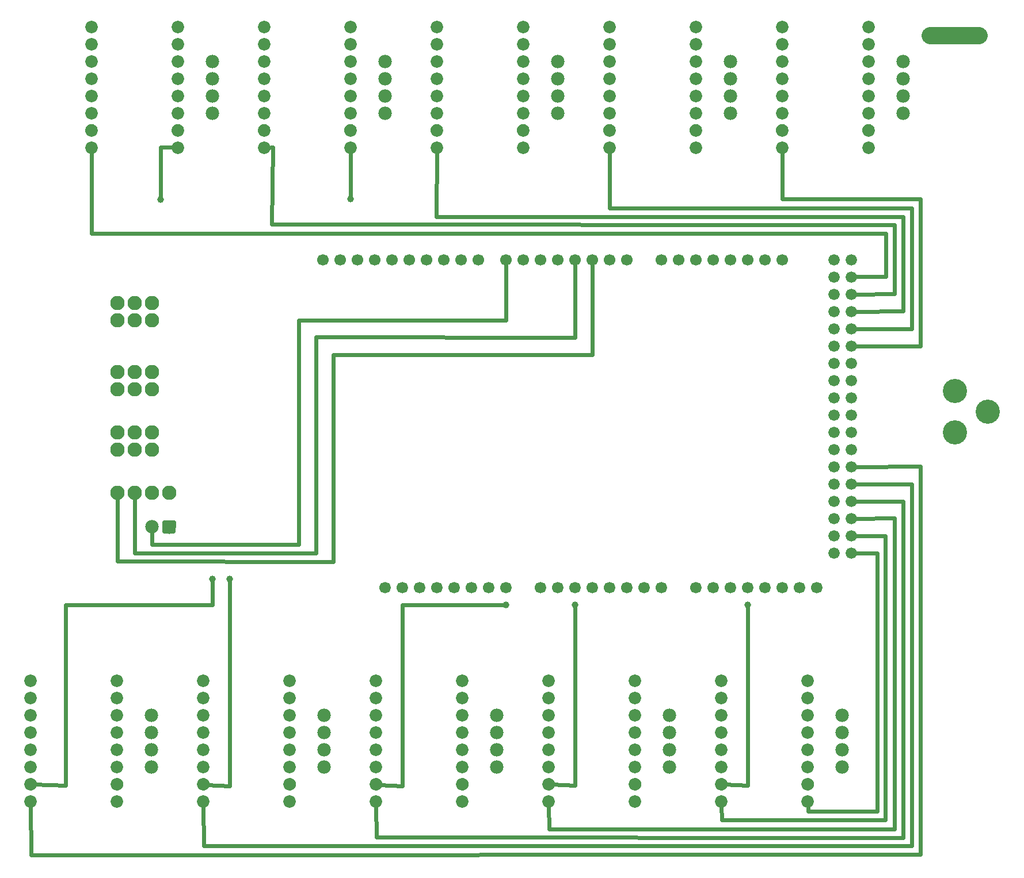
<source format=gbl>
G04 MADE WITH FRITZING*
G04 WWW.FRITZING.ORG*
G04 DOUBLE SIDED*
G04 HOLES PLATED*
G04 CONTOUR ON CENTER OF CONTOUR VECTOR*
%ASAXBY*%
%FSLAX23Y23*%
%MOIN*%
%OFA0B0*%
%SFA1.0B1.0*%
%ADD10C,0.066604*%
%ADD11C,0.066632*%
%ADD12C,0.065993*%
%ADD13C,0.078000*%
%ADD14C,0.083307*%
%ADD15C,0.039370*%
%ADD16C,0.072472*%
%ADD17C,0.072445*%
%ADD18C,0.072417*%
%ADD19C,0.140000*%
%ADD20C,0.024000*%
%ADD21C,0.100000*%
%ADD22C,0.020000*%
%ADD23R,0.001000X0.001000*%
%LNCOPPER0*%
G90*
G70*
G54D10*
X3987Y1602D03*
X4087Y1602D03*
X4187Y1602D03*
X4287Y1602D03*
X4387Y1602D03*
X4487Y1602D03*
X4587Y1602D03*
X4687Y1602D03*
X3087Y1602D03*
X3187Y1602D03*
X3287Y1602D03*
X3387Y1602D03*
X3487Y1602D03*
X3587Y1602D03*
X3687Y1602D03*
X3787Y1602D03*
G54D11*
X3787Y3502D03*
X3887Y3502D03*
X3987Y3502D03*
X4087Y3502D03*
X4187Y3502D03*
X4287Y3502D03*
X4387Y3502D03*
X4487Y3502D03*
G54D10*
X2187Y1602D03*
X2287Y1602D03*
X2387Y1602D03*
X2487Y1602D03*
X2587Y1602D03*
X2687Y1602D03*
X2787Y1602D03*
X2887Y1602D03*
G54D11*
X2727Y3502D03*
X2627Y3502D03*
X2527Y3502D03*
X2427Y3502D03*
X2327Y3502D03*
X2227Y3502D03*
X2127Y3502D03*
X2027Y3502D03*
X1927Y3502D03*
X1827Y3502D03*
X3587Y3502D03*
X3487Y3502D03*
X3387Y3502D03*
X3287Y3502D03*
X3187Y3502D03*
X3087Y3502D03*
X2987Y3502D03*
X2887Y3502D03*
G54D12*
X4787Y3502D03*
X4887Y3502D03*
X4787Y3402D03*
X4887Y3402D03*
X4787Y3302D03*
X4887Y3302D03*
X4787Y3202D03*
X4887Y3202D03*
X4787Y3102D03*
X4887Y3102D03*
X4787Y3002D03*
X4887Y3002D03*
X4787Y2902D03*
X4887Y2902D03*
X4787Y2802D03*
X4887Y2802D03*
X4787Y2702D03*
X4887Y2702D03*
X4787Y2602D03*
X4887Y2602D03*
X4787Y2502D03*
X4887Y2502D03*
X4787Y2402D03*
X4887Y2402D03*
X4787Y2302D03*
X4887Y2302D03*
X4787Y2202D03*
X4887Y2202D03*
X4787Y2102D03*
X4887Y2102D03*
X4787Y2002D03*
X4887Y2002D03*
X4787Y1902D03*
X4887Y1902D03*
X4787Y1802D03*
X4887Y1802D03*
G54D13*
X3835Y861D03*
X3835Y761D03*
X3835Y661D03*
X3835Y561D03*
X2835Y860D03*
X2835Y760D03*
X2835Y660D03*
X2835Y560D03*
X1835Y861D03*
X1835Y761D03*
X1835Y661D03*
X1835Y561D03*
X835Y861D03*
X835Y761D03*
X835Y661D03*
X835Y561D03*
X4187Y4652D03*
X4187Y4552D03*
X4187Y4452D03*
X4187Y4352D03*
X3187Y4652D03*
X3187Y4552D03*
X3187Y4452D03*
X3187Y4352D03*
X4835Y861D03*
X4835Y761D03*
X4835Y661D03*
X4835Y561D03*
X5187Y4652D03*
X5187Y4552D03*
X5187Y4452D03*
X5187Y4352D03*
X2187Y4652D03*
X2187Y4552D03*
X2187Y4452D03*
X2187Y4352D03*
X1187Y4652D03*
X1187Y4552D03*
X1187Y4452D03*
X1187Y4352D03*
G54D14*
X837Y2502D03*
X737Y2502D03*
X637Y2502D03*
X837Y2502D03*
X737Y2502D03*
X637Y2502D03*
X637Y2402D03*
X737Y2402D03*
X837Y2402D03*
X837Y2852D03*
X737Y2852D03*
X637Y2852D03*
X837Y2852D03*
X737Y2852D03*
X637Y2852D03*
X637Y2752D03*
X737Y2752D03*
X837Y2752D03*
X837Y3252D03*
X737Y3252D03*
X637Y3252D03*
X837Y3252D03*
X737Y3252D03*
X637Y3252D03*
X637Y3152D03*
X737Y3152D03*
X837Y3152D03*
X937Y2152D03*
X837Y2152D03*
X737Y2152D03*
X637Y2152D03*
G54D13*
X937Y1952D03*
X837Y1954D03*
G54D15*
X5337Y4802D03*
X5637Y4802D03*
X887Y3852D03*
X1988Y3854D03*
X4287Y1502D03*
X3287Y1502D03*
X2887Y1502D03*
X1287Y1652D03*
X1187Y1652D03*
G54D16*
X3635Y361D03*
X3135Y1061D03*
X3135Y961D03*
X3135Y861D03*
X3135Y761D03*
X3135Y661D03*
G54D17*
X3135Y561D03*
X3135Y461D03*
G54D16*
X3135Y360D03*
G54D17*
X3635Y1061D03*
G54D18*
X3635Y961D03*
G54D17*
X3635Y861D03*
G54D16*
X3635Y761D03*
G54D17*
X3635Y661D03*
G54D18*
X3635Y561D03*
X3635Y461D03*
G54D16*
X2635Y360D03*
X2135Y1061D03*
X2135Y961D03*
X2135Y861D03*
X2135Y760D03*
X2135Y660D03*
G54D17*
X2135Y560D03*
X2135Y460D03*
G54D16*
X2135Y360D03*
G54D17*
X2635Y1061D03*
G54D18*
X2635Y961D03*
G54D17*
X2635Y861D03*
G54D16*
X2635Y760D03*
G54D17*
X2635Y660D03*
G54D18*
X2635Y561D03*
X2635Y460D03*
G54D16*
X1635Y361D03*
X1135Y1061D03*
X1135Y961D03*
X1135Y861D03*
X1135Y761D03*
X1135Y661D03*
G54D17*
X1135Y561D03*
X1135Y461D03*
G54D16*
X1135Y360D03*
G54D17*
X1635Y1061D03*
G54D18*
X1635Y961D03*
G54D17*
X1635Y861D03*
G54D16*
X1635Y761D03*
G54D17*
X1635Y661D03*
G54D18*
X1635Y561D03*
X1635Y461D03*
G54D16*
X635Y361D03*
X135Y1061D03*
X135Y961D03*
X135Y861D03*
X135Y761D03*
X135Y661D03*
G54D17*
X135Y561D03*
X135Y461D03*
G54D16*
X135Y360D03*
G54D17*
X635Y1061D03*
G54D18*
X635Y961D03*
G54D17*
X635Y861D03*
G54D16*
X635Y761D03*
G54D17*
X635Y661D03*
G54D18*
X635Y561D03*
X635Y461D03*
G54D16*
X3987Y4152D03*
X3487Y4852D03*
X3487Y4752D03*
X3487Y4652D03*
X3487Y4552D03*
X3487Y4452D03*
G54D17*
X3487Y4352D03*
X3487Y4252D03*
G54D16*
X3487Y4152D03*
G54D17*
X3987Y4852D03*
G54D18*
X3987Y4752D03*
G54D17*
X3987Y4652D03*
G54D16*
X3987Y4552D03*
G54D17*
X3987Y4452D03*
G54D18*
X3987Y4352D03*
X3987Y4252D03*
G54D16*
X2987Y4152D03*
X2487Y4852D03*
X2487Y4752D03*
X2487Y4652D03*
X2487Y4552D03*
X2487Y4452D03*
G54D17*
X2487Y4352D03*
X2487Y4252D03*
G54D16*
X2487Y4152D03*
G54D17*
X2987Y4852D03*
G54D18*
X2987Y4752D03*
G54D17*
X2987Y4652D03*
G54D16*
X2987Y4552D03*
G54D17*
X2987Y4452D03*
G54D18*
X2987Y4352D03*
X2987Y4252D03*
G54D16*
X4635Y361D03*
X4135Y1061D03*
X4135Y961D03*
X4135Y861D03*
X4135Y761D03*
X4135Y661D03*
G54D17*
X4135Y561D03*
X4135Y461D03*
G54D16*
X4135Y360D03*
G54D17*
X4635Y1061D03*
G54D18*
X4635Y961D03*
G54D17*
X4635Y861D03*
G54D16*
X4635Y761D03*
G54D17*
X4635Y661D03*
G54D18*
X4635Y561D03*
X4635Y461D03*
G54D16*
X4987Y4152D03*
X4487Y4852D03*
X4487Y4752D03*
X4487Y4652D03*
X4487Y4552D03*
X4487Y4452D03*
G54D17*
X4487Y4352D03*
X4487Y4252D03*
G54D16*
X4487Y4152D03*
G54D17*
X4987Y4852D03*
G54D18*
X4987Y4752D03*
G54D17*
X4987Y4652D03*
G54D16*
X4987Y4552D03*
G54D17*
X4987Y4452D03*
G54D18*
X4987Y4352D03*
X4987Y4252D03*
G54D16*
X1987Y4152D03*
X1487Y4852D03*
X1487Y4752D03*
X1487Y4652D03*
X1487Y4552D03*
X1487Y4452D03*
G54D17*
X1487Y4352D03*
X1487Y4252D03*
G54D16*
X1487Y4152D03*
G54D17*
X1987Y4852D03*
G54D18*
X1987Y4752D03*
G54D17*
X1987Y4652D03*
G54D16*
X1987Y4552D03*
G54D17*
X1987Y4452D03*
G54D18*
X1987Y4352D03*
X1987Y4252D03*
G54D16*
X987Y4152D03*
X487Y4852D03*
X487Y4752D03*
X487Y4652D03*
X487Y4552D03*
X487Y4452D03*
G54D17*
X487Y4352D03*
X487Y4252D03*
G54D16*
X487Y4152D03*
G54D17*
X987Y4852D03*
G54D18*
X987Y4752D03*
G54D17*
X987Y4652D03*
G54D16*
X987Y4552D03*
G54D17*
X987Y4452D03*
G54D18*
X987Y4352D03*
X987Y4252D03*
G54D19*
X5487Y2742D03*
X5487Y2502D03*
X5677Y2622D03*
G54D20*
X5089Y3404D02*
X4906Y3403D01*
D02*
X5088Y3654D02*
X5089Y3404D01*
D02*
X489Y3654D02*
X5088Y3654D01*
D02*
X487Y4133D02*
X489Y3654D01*
D02*
X5138Y3303D02*
X4906Y3302D01*
D02*
X5138Y3703D02*
X5138Y3303D01*
D02*
X1530Y3708D02*
X5138Y3703D01*
D02*
X1537Y4153D02*
X1530Y3708D01*
D02*
X1506Y4152D02*
X1537Y4153D01*
D02*
X5186Y3203D02*
X5186Y3751D01*
D02*
X5186Y3751D02*
X2485Y3752D01*
D02*
X2485Y3752D02*
X2487Y4133D01*
D02*
X4906Y3202D02*
X5186Y3203D01*
D02*
X3488Y3802D02*
X3487Y4133D01*
D02*
X5237Y3802D02*
X3488Y3802D01*
D02*
X5237Y3101D02*
X5237Y3802D01*
D02*
X4906Y3102D02*
X5237Y3101D01*
D02*
X4487Y3853D02*
X4487Y4133D01*
D02*
X5288Y3853D02*
X4487Y3853D01*
D02*
X5288Y3002D02*
X5288Y3853D01*
D02*
X4906Y3002D02*
X5288Y3002D01*
G54D21*
D02*
X5629Y4802D02*
X5345Y4802D01*
G54D20*
D02*
X1887Y2950D02*
X1889Y1752D01*
D02*
X1889Y1752D02*
X638Y1753D01*
D02*
X3387Y2950D02*
X1887Y2950D01*
D02*
X638Y1753D02*
X637Y2131D01*
D02*
X3387Y3483D02*
X3387Y2950D01*
D02*
X1788Y1802D02*
X736Y1802D01*
D02*
X1787Y3054D02*
X1788Y1802D01*
D02*
X3287Y3050D02*
X1787Y3054D01*
D02*
X736Y1802D02*
X737Y2131D01*
D02*
X3287Y3483D02*
X3287Y3050D01*
D02*
X1687Y1850D02*
X837Y1851D01*
D02*
X1687Y3150D02*
X1687Y1850D01*
D02*
X2887Y3150D02*
X1687Y3150D01*
D02*
X837Y1851D02*
X837Y1935D01*
D02*
X2887Y3483D02*
X2887Y3150D01*
D02*
X5085Y254D02*
X5085Y1901D01*
D02*
X5085Y1901D02*
X4906Y1902D01*
D02*
X4137Y254D02*
X5085Y254D01*
D02*
X4135Y342D02*
X4137Y254D01*
D02*
X3136Y202D02*
X5136Y202D01*
D02*
X5136Y202D02*
X5136Y2003D01*
D02*
X3135Y342D02*
X3136Y202D01*
D02*
X5136Y2003D02*
X4906Y2002D01*
D02*
X2136Y153D02*
X5188Y151D01*
D02*
X5188Y151D02*
X5188Y2102D01*
D02*
X2135Y342D02*
X2136Y153D01*
D02*
X5188Y2102D02*
X4906Y2102D01*
D02*
X1138Y104D02*
X5239Y104D01*
D02*
X5239Y104D02*
X5239Y2200D01*
D02*
X1135Y342D02*
X1138Y104D01*
D02*
X5239Y2200D02*
X4906Y2202D01*
D02*
X5286Y53D02*
X137Y51D01*
D02*
X137Y51D02*
X135Y342D01*
D02*
X5286Y2303D02*
X5286Y53D01*
D02*
X4906Y2302D02*
X5286Y2303D01*
D02*
X887Y3860D02*
X888Y4154D01*
D02*
X888Y4154D02*
X968Y4153D01*
D02*
X1987Y4133D02*
X1988Y3862D01*
D02*
X1287Y450D02*
X1287Y1644D01*
D02*
X1154Y459D02*
X1287Y450D01*
D02*
X2287Y1502D02*
X2879Y1502D01*
D02*
X2287Y450D02*
X2287Y1502D01*
D02*
X2154Y459D02*
X2287Y450D01*
D02*
X3287Y454D02*
X3287Y1494D01*
D02*
X3154Y460D02*
X3287Y454D01*
D02*
X4287Y454D02*
X4287Y1494D01*
D02*
X4154Y460D02*
X4287Y454D01*
D02*
X336Y1502D02*
X1186Y1502D01*
D02*
X1186Y1502D02*
X1187Y1644D01*
D02*
X339Y454D02*
X336Y1502D01*
D02*
X154Y460D02*
X339Y454D01*
D02*
X5036Y303D02*
X5039Y1802D01*
D02*
X5039Y1802D02*
X4906Y1802D01*
D02*
X4638Y303D02*
X5036Y303D01*
D02*
X4636Y342D02*
X4638Y303D01*
G54D22*
X965Y1923D02*
X907Y1924D01*
X908Y1982D01*
X966Y1981D01*
X965Y1923D01*
D02*
G54D23*
X484Y4288D02*
X491Y4288D01*
X984Y4288D02*
X991Y4288D01*
X1484Y4288D02*
X1491Y4288D01*
X1984Y4288D02*
X1991Y4288D01*
X2484Y4288D02*
X2491Y4288D01*
X2984Y4288D02*
X2991Y4288D01*
X3484Y4288D02*
X3491Y4288D01*
X3984Y4288D02*
X3991Y4288D01*
X4484Y4288D02*
X4491Y4288D01*
X4984Y4288D02*
X4991Y4288D01*
X479Y4287D02*
X496Y4287D01*
X979Y4287D02*
X996Y4287D01*
X1479Y4287D02*
X1496Y4287D01*
X1979Y4287D02*
X1996Y4287D01*
X2479Y4287D02*
X2496Y4287D01*
X2979Y4287D02*
X2996Y4287D01*
X3479Y4287D02*
X3496Y4287D01*
X3979Y4287D02*
X3996Y4287D01*
X4479Y4287D02*
X4496Y4287D01*
X4979Y4287D02*
X4996Y4287D01*
X476Y4286D02*
X499Y4286D01*
X976Y4286D02*
X999Y4286D01*
X1476Y4286D02*
X1499Y4286D01*
X1976Y4286D02*
X1999Y4286D01*
X2476Y4286D02*
X2499Y4286D01*
X2976Y4286D02*
X2999Y4286D01*
X3476Y4286D02*
X3499Y4286D01*
X3976Y4286D02*
X3999Y4286D01*
X4476Y4286D02*
X4499Y4286D01*
X4976Y4286D02*
X4999Y4286D01*
X473Y4285D02*
X502Y4285D01*
X973Y4285D02*
X1002Y4285D01*
X1473Y4285D02*
X1502Y4285D01*
X1973Y4285D02*
X2001Y4285D01*
X2473Y4285D02*
X2501Y4285D01*
X2973Y4285D02*
X3001Y4285D01*
X3473Y4285D02*
X3501Y4285D01*
X3973Y4285D02*
X4001Y4285D01*
X4473Y4285D02*
X4501Y4285D01*
X4973Y4285D02*
X5001Y4285D01*
X471Y4284D02*
X504Y4284D01*
X971Y4284D02*
X1004Y4284D01*
X1471Y4284D02*
X1504Y4284D01*
X1971Y4284D02*
X2004Y4284D01*
X2471Y4284D02*
X2504Y4284D01*
X2971Y4284D02*
X3003Y4284D01*
X3471Y4284D02*
X3504Y4284D01*
X3971Y4284D02*
X4003Y4284D01*
X4471Y4284D02*
X4503Y4284D01*
X4971Y4284D02*
X5003Y4284D01*
X469Y4283D02*
X505Y4283D01*
X969Y4283D02*
X1005Y4283D01*
X1469Y4283D02*
X1505Y4283D01*
X1969Y4283D02*
X2005Y4283D01*
X2469Y4283D02*
X2505Y4283D01*
X2969Y4283D02*
X3005Y4283D01*
X3469Y4283D02*
X3505Y4283D01*
X3969Y4283D02*
X4005Y4283D01*
X4469Y4283D02*
X4505Y4283D01*
X4969Y4283D02*
X5005Y4283D01*
X468Y4282D02*
X507Y4282D01*
X968Y4282D02*
X1007Y4282D01*
X1468Y4282D02*
X1507Y4282D01*
X1968Y4282D02*
X2007Y4282D01*
X2468Y4282D02*
X2507Y4282D01*
X2968Y4282D02*
X3007Y4282D01*
X3468Y4282D02*
X3507Y4282D01*
X3968Y4282D02*
X4007Y4282D01*
X4467Y4282D02*
X4507Y4282D01*
X4967Y4282D02*
X5007Y4282D01*
X466Y4281D02*
X509Y4281D01*
X966Y4281D02*
X1009Y4281D01*
X1466Y4281D02*
X1509Y4281D01*
X1966Y4281D02*
X2008Y4281D01*
X2466Y4281D02*
X2508Y4281D01*
X2966Y4281D02*
X3008Y4281D01*
X3466Y4281D02*
X3508Y4281D01*
X3966Y4281D02*
X4008Y4281D01*
X4466Y4281D02*
X4508Y4281D01*
X4966Y4281D02*
X5008Y4281D01*
X465Y4280D02*
X510Y4280D01*
X965Y4280D02*
X1010Y4280D01*
X1465Y4280D02*
X1510Y4280D01*
X1965Y4280D02*
X2010Y4280D01*
X2465Y4280D02*
X2510Y4280D01*
X2965Y4280D02*
X3010Y4280D01*
X3465Y4280D02*
X3510Y4280D01*
X3965Y4280D02*
X4010Y4280D01*
X4465Y4280D02*
X4510Y4280D01*
X4965Y4280D02*
X5010Y4280D01*
X464Y4279D02*
X511Y4279D01*
X964Y4279D02*
X1011Y4279D01*
X1464Y4279D02*
X1511Y4279D01*
X1964Y4279D02*
X2011Y4279D01*
X2464Y4279D02*
X2511Y4279D01*
X2964Y4279D02*
X3011Y4279D01*
X3464Y4279D02*
X3511Y4279D01*
X3964Y4279D02*
X4011Y4279D01*
X4464Y4279D02*
X4511Y4279D01*
X4964Y4279D02*
X5011Y4279D01*
X463Y4278D02*
X512Y4278D01*
X963Y4278D02*
X1012Y4278D01*
X1463Y4278D02*
X1512Y4278D01*
X1963Y4278D02*
X2012Y4278D01*
X2463Y4278D02*
X2512Y4278D01*
X2963Y4278D02*
X3012Y4278D01*
X3463Y4278D02*
X3512Y4278D01*
X3962Y4278D02*
X4012Y4278D01*
X4462Y4278D02*
X4512Y4278D01*
X4962Y4278D02*
X5012Y4278D01*
X462Y4277D02*
X513Y4277D01*
X962Y4277D02*
X1013Y4277D01*
X1462Y4277D02*
X1513Y4277D01*
X1962Y4277D02*
X2013Y4277D01*
X2462Y4277D02*
X2513Y4277D01*
X2962Y4277D02*
X3013Y4277D01*
X3462Y4277D02*
X3513Y4277D01*
X3962Y4277D02*
X4013Y4277D01*
X4461Y4277D02*
X4513Y4277D01*
X4961Y4277D02*
X5013Y4277D01*
X461Y4276D02*
X514Y4276D01*
X961Y4276D02*
X1014Y4276D01*
X1461Y4276D02*
X1514Y4276D01*
X1961Y4276D02*
X2014Y4276D01*
X2461Y4276D02*
X2514Y4276D01*
X2961Y4276D02*
X3014Y4276D01*
X3461Y4276D02*
X3514Y4276D01*
X3961Y4276D02*
X4014Y4276D01*
X4461Y4276D02*
X4514Y4276D01*
X4961Y4276D02*
X5014Y4276D01*
X460Y4275D02*
X515Y4275D01*
X960Y4275D02*
X1015Y4275D01*
X1460Y4275D02*
X1515Y4275D01*
X1960Y4275D02*
X2015Y4275D01*
X2460Y4275D02*
X2515Y4275D01*
X2960Y4275D02*
X3015Y4275D01*
X3460Y4275D02*
X3515Y4275D01*
X3960Y4275D02*
X4015Y4275D01*
X4460Y4275D02*
X4515Y4275D01*
X4960Y4275D02*
X5015Y4275D01*
X459Y4274D02*
X516Y4274D01*
X959Y4274D02*
X1016Y4274D01*
X1459Y4274D02*
X1516Y4274D01*
X1959Y4274D02*
X2016Y4274D01*
X2459Y4274D02*
X2516Y4274D01*
X2959Y4274D02*
X3016Y4274D01*
X3459Y4274D02*
X3516Y4274D01*
X3959Y4274D02*
X4015Y4274D01*
X4459Y4274D02*
X4515Y4274D01*
X4959Y4274D02*
X5015Y4274D01*
X458Y4273D02*
X516Y4273D01*
X958Y4273D02*
X1016Y4273D01*
X1458Y4273D02*
X1516Y4273D01*
X1958Y4273D02*
X2016Y4273D01*
X2458Y4273D02*
X2516Y4273D01*
X2958Y4273D02*
X3016Y4273D01*
X3458Y4273D02*
X3516Y4273D01*
X3958Y4273D02*
X4016Y4273D01*
X4458Y4273D02*
X4516Y4273D01*
X4958Y4273D02*
X5016Y4273D01*
X458Y4272D02*
X517Y4272D01*
X958Y4272D02*
X1017Y4272D01*
X1458Y4272D02*
X1517Y4272D01*
X1958Y4272D02*
X2017Y4272D01*
X2458Y4272D02*
X2517Y4272D01*
X2958Y4272D02*
X3017Y4272D01*
X3458Y4272D02*
X3517Y4272D01*
X3958Y4272D02*
X4017Y4272D01*
X4458Y4272D02*
X4517Y4272D01*
X4958Y4272D02*
X5017Y4272D01*
X457Y4271D02*
X518Y4271D01*
X957Y4271D02*
X1018Y4271D01*
X1457Y4271D02*
X1518Y4271D01*
X1957Y4271D02*
X2018Y4271D01*
X2457Y4271D02*
X2518Y4271D01*
X2957Y4271D02*
X3017Y4271D01*
X3457Y4271D02*
X3517Y4271D01*
X3957Y4271D02*
X4017Y4271D01*
X4457Y4271D02*
X4517Y4271D01*
X4957Y4271D02*
X5017Y4271D01*
X457Y4270D02*
X481Y4270D01*
X494Y4270D02*
X518Y4270D01*
X957Y4270D02*
X981Y4270D01*
X994Y4270D02*
X1018Y4270D01*
X1457Y4270D02*
X1481Y4270D01*
X1494Y4270D02*
X1518Y4270D01*
X1957Y4270D02*
X1981Y4270D01*
X1994Y4270D02*
X2018Y4270D01*
X2457Y4270D02*
X2481Y4270D01*
X2494Y4270D02*
X2518Y4270D01*
X2957Y4270D02*
X2981Y4270D01*
X2994Y4270D02*
X3018Y4270D01*
X3456Y4270D02*
X3481Y4270D01*
X3494Y4270D02*
X3518Y4270D01*
X3956Y4270D02*
X3981Y4270D01*
X3994Y4270D02*
X4018Y4270D01*
X4456Y4270D02*
X4481Y4270D01*
X4494Y4270D02*
X4518Y4270D01*
X4956Y4270D02*
X4981Y4270D01*
X4994Y4270D02*
X5018Y4270D01*
X456Y4269D02*
X478Y4269D01*
X496Y4269D02*
X519Y4269D01*
X956Y4269D02*
X978Y4269D01*
X996Y4269D02*
X1019Y4269D01*
X1456Y4269D02*
X1478Y4269D01*
X1496Y4269D02*
X1519Y4269D01*
X1956Y4269D02*
X1978Y4269D01*
X1996Y4269D02*
X2019Y4269D01*
X2456Y4269D02*
X2478Y4269D01*
X2496Y4269D02*
X2519Y4269D01*
X2956Y4269D02*
X2978Y4269D01*
X2996Y4269D02*
X3019Y4269D01*
X3456Y4269D02*
X3478Y4269D01*
X3496Y4269D02*
X3519Y4269D01*
X3956Y4269D02*
X3978Y4269D01*
X3996Y4269D02*
X4019Y4269D01*
X4456Y4269D02*
X4478Y4269D01*
X4496Y4269D02*
X4519Y4269D01*
X4956Y4269D02*
X4978Y4269D01*
X4996Y4269D02*
X5019Y4269D01*
X456Y4268D02*
X477Y4268D01*
X498Y4268D02*
X519Y4268D01*
X956Y4268D02*
X977Y4268D01*
X998Y4268D02*
X1019Y4268D01*
X1456Y4268D02*
X1477Y4268D01*
X1498Y4268D02*
X1519Y4268D01*
X1956Y4268D02*
X1977Y4268D01*
X1998Y4268D02*
X2019Y4268D01*
X2456Y4268D02*
X2477Y4268D01*
X2498Y4268D02*
X2519Y4268D01*
X2955Y4268D02*
X2977Y4268D01*
X2998Y4268D02*
X3019Y4268D01*
X3455Y4268D02*
X3477Y4268D01*
X3498Y4268D02*
X3519Y4268D01*
X3955Y4268D02*
X3977Y4268D01*
X3998Y4268D02*
X4019Y4268D01*
X4455Y4268D02*
X4476Y4268D01*
X4498Y4268D02*
X4519Y4268D01*
X4955Y4268D02*
X4976Y4268D01*
X4998Y4268D02*
X5019Y4268D01*
X455Y4267D02*
X475Y4267D01*
X499Y4267D02*
X520Y4267D01*
X955Y4267D02*
X975Y4267D01*
X999Y4267D02*
X1020Y4267D01*
X1455Y4267D02*
X1475Y4267D01*
X1499Y4267D02*
X1520Y4267D01*
X1955Y4267D02*
X1975Y4267D01*
X1999Y4267D02*
X2020Y4267D01*
X2455Y4267D02*
X2475Y4267D01*
X2499Y4267D02*
X2520Y4267D01*
X2955Y4267D02*
X2975Y4267D01*
X2999Y4267D02*
X3020Y4267D01*
X3455Y4267D02*
X3475Y4267D01*
X3499Y4267D02*
X3520Y4267D01*
X3955Y4267D02*
X3975Y4267D01*
X3999Y4267D02*
X4020Y4267D01*
X4455Y4267D02*
X4475Y4267D01*
X4499Y4267D02*
X4520Y4267D01*
X4955Y4267D02*
X4975Y4267D01*
X4999Y4267D02*
X5019Y4267D01*
X455Y4266D02*
X474Y4266D01*
X501Y4266D02*
X520Y4266D01*
X955Y4266D02*
X974Y4266D01*
X1001Y4266D02*
X1020Y4266D01*
X1455Y4266D02*
X1474Y4266D01*
X1501Y4266D02*
X1520Y4266D01*
X1955Y4266D02*
X1974Y4266D01*
X2001Y4266D02*
X2020Y4266D01*
X2455Y4266D02*
X2474Y4266D01*
X2500Y4266D02*
X2520Y4266D01*
X2955Y4266D02*
X2974Y4266D01*
X3000Y4266D02*
X3020Y4266D01*
X3455Y4266D02*
X3474Y4266D01*
X3500Y4266D02*
X3520Y4266D01*
X3955Y4266D02*
X3974Y4266D01*
X4000Y4266D02*
X4020Y4266D01*
X4454Y4266D02*
X4474Y4266D01*
X4500Y4266D02*
X4520Y4266D01*
X4954Y4266D02*
X4974Y4266D01*
X5000Y4266D02*
X5020Y4266D01*
X454Y4265D02*
X473Y4265D01*
X502Y4265D02*
X521Y4265D01*
X954Y4265D02*
X973Y4265D01*
X1002Y4265D02*
X1021Y4265D01*
X1454Y4265D02*
X1473Y4265D01*
X1502Y4265D02*
X1521Y4265D01*
X1954Y4265D02*
X1973Y4265D01*
X2002Y4265D02*
X2020Y4265D01*
X2454Y4265D02*
X2473Y4265D01*
X2502Y4265D02*
X2520Y4265D01*
X2954Y4265D02*
X2973Y4265D01*
X3001Y4265D02*
X3020Y4265D01*
X3454Y4265D02*
X3473Y4265D01*
X3501Y4265D02*
X3520Y4265D01*
X3954Y4265D02*
X3973Y4265D01*
X4001Y4265D02*
X4020Y4265D01*
X4454Y4265D02*
X4473Y4265D01*
X4501Y4265D02*
X4520Y4265D01*
X4954Y4265D02*
X4973Y4265D01*
X5001Y4265D02*
X5020Y4265D01*
X454Y4264D02*
X472Y4264D01*
X502Y4264D02*
X521Y4264D01*
X954Y4264D02*
X972Y4264D01*
X1002Y4264D02*
X1021Y4264D01*
X1454Y4264D02*
X1472Y4264D01*
X1502Y4264D02*
X1521Y4264D01*
X1954Y4264D02*
X1972Y4264D01*
X2002Y4264D02*
X2021Y4264D01*
X2454Y4264D02*
X2472Y4264D01*
X2502Y4264D02*
X2521Y4264D01*
X2954Y4264D02*
X2972Y4264D01*
X3002Y4264D02*
X3021Y4264D01*
X3454Y4264D02*
X3472Y4264D01*
X3502Y4264D02*
X3521Y4264D01*
X3954Y4264D02*
X3972Y4264D01*
X4002Y4264D02*
X4021Y4264D01*
X4454Y4264D02*
X4472Y4264D01*
X4502Y4264D02*
X4521Y4264D01*
X4954Y4264D02*
X4972Y4264D01*
X5002Y4264D02*
X5021Y4264D01*
X454Y4263D02*
X472Y4263D01*
X503Y4263D02*
X521Y4263D01*
X954Y4263D02*
X972Y4263D01*
X1003Y4263D02*
X1021Y4263D01*
X1454Y4263D02*
X1471Y4263D01*
X1503Y4263D02*
X1521Y4263D01*
X1953Y4263D02*
X1971Y4263D01*
X2003Y4263D02*
X2021Y4263D01*
X2453Y4263D02*
X2471Y4263D01*
X2503Y4263D02*
X2521Y4263D01*
X2953Y4263D02*
X2971Y4263D01*
X3003Y4263D02*
X3021Y4263D01*
X3453Y4263D02*
X3471Y4263D01*
X3503Y4263D02*
X3521Y4263D01*
X3953Y4263D02*
X3971Y4263D01*
X4003Y4263D02*
X4021Y4263D01*
X4453Y4263D02*
X4471Y4263D01*
X4503Y4263D02*
X4521Y4263D01*
X4953Y4263D02*
X4971Y4263D01*
X5003Y4263D02*
X5021Y4263D01*
X453Y4262D02*
X471Y4262D01*
X504Y4262D02*
X522Y4262D01*
X953Y4262D02*
X971Y4262D01*
X1004Y4262D02*
X1022Y4262D01*
X1453Y4262D02*
X1471Y4262D01*
X1504Y4262D02*
X1522Y4262D01*
X1953Y4262D02*
X1971Y4262D01*
X2004Y4262D02*
X2022Y4262D01*
X2453Y4262D02*
X2471Y4262D01*
X2504Y4262D02*
X2522Y4262D01*
X2953Y4262D02*
X2971Y4262D01*
X3004Y4262D02*
X3021Y4262D01*
X3453Y4262D02*
X3471Y4262D01*
X3504Y4262D02*
X3521Y4262D01*
X3953Y4262D02*
X3971Y4262D01*
X4004Y4262D02*
X4021Y4262D01*
X4453Y4262D02*
X4471Y4262D01*
X4504Y4262D02*
X4521Y4262D01*
X4953Y4262D02*
X4971Y4262D01*
X5004Y4262D02*
X5021Y4262D01*
X453Y4261D02*
X470Y4261D01*
X505Y4261D02*
X522Y4261D01*
X953Y4261D02*
X970Y4261D01*
X1005Y4261D02*
X1022Y4261D01*
X1453Y4261D02*
X1470Y4261D01*
X1505Y4261D02*
X1522Y4261D01*
X1953Y4261D02*
X1970Y4261D01*
X2005Y4261D02*
X2022Y4261D01*
X2453Y4261D02*
X2470Y4261D01*
X2505Y4261D02*
X2522Y4261D01*
X2953Y4261D02*
X2970Y4261D01*
X3004Y4261D02*
X3022Y4261D01*
X3453Y4261D02*
X3470Y4261D01*
X3504Y4261D02*
X3522Y4261D01*
X3953Y4261D02*
X3970Y4261D01*
X4004Y4261D02*
X4022Y4261D01*
X4453Y4261D02*
X4470Y4261D01*
X4504Y4261D02*
X4522Y4261D01*
X4953Y4261D02*
X4970Y4261D01*
X5004Y4261D02*
X5022Y4261D01*
X453Y4260D02*
X470Y4260D01*
X505Y4260D02*
X522Y4260D01*
X953Y4260D02*
X970Y4260D01*
X1005Y4260D02*
X1022Y4260D01*
X1453Y4260D02*
X1470Y4260D01*
X1505Y4260D02*
X1522Y4260D01*
X1953Y4260D02*
X1970Y4260D01*
X2005Y4260D02*
X2022Y4260D01*
X2453Y4260D02*
X2470Y4260D01*
X2505Y4260D02*
X2522Y4260D01*
X2953Y4260D02*
X2970Y4260D01*
X3005Y4260D02*
X3022Y4260D01*
X3453Y4260D02*
X3470Y4260D01*
X3505Y4260D02*
X3522Y4260D01*
X3953Y4260D02*
X3970Y4260D01*
X4005Y4260D02*
X4022Y4260D01*
X4452Y4260D02*
X4469Y4260D01*
X4505Y4260D02*
X4522Y4260D01*
X4952Y4260D02*
X4969Y4260D01*
X5005Y4260D02*
X5022Y4260D01*
X452Y4259D02*
X469Y4259D01*
X506Y4259D02*
X522Y4259D01*
X952Y4259D02*
X969Y4259D01*
X1006Y4259D02*
X1022Y4259D01*
X1452Y4259D02*
X1469Y4259D01*
X1506Y4259D02*
X1522Y4259D01*
X1952Y4259D02*
X1969Y4259D01*
X2006Y4259D02*
X2022Y4259D01*
X2452Y4259D02*
X2469Y4259D01*
X2506Y4259D02*
X2522Y4259D01*
X2952Y4259D02*
X2969Y4259D01*
X3005Y4259D02*
X3022Y4259D01*
X3452Y4259D02*
X3469Y4259D01*
X3505Y4259D02*
X3522Y4259D01*
X3952Y4259D02*
X3969Y4259D01*
X4005Y4259D02*
X4022Y4259D01*
X4452Y4259D02*
X4469Y4259D01*
X4505Y4259D02*
X4522Y4259D01*
X4952Y4259D02*
X4969Y4259D01*
X5005Y4259D02*
X5022Y4259D01*
X452Y4258D02*
X469Y4258D01*
X506Y4258D02*
X523Y4258D01*
X952Y4258D02*
X969Y4258D01*
X1006Y4258D02*
X1023Y4258D01*
X1452Y4258D02*
X1469Y4258D01*
X1506Y4258D02*
X1523Y4258D01*
X1952Y4258D02*
X1969Y4258D01*
X2006Y4258D02*
X2022Y4258D01*
X2452Y4258D02*
X2469Y4258D01*
X2506Y4258D02*
X2522Y4258D01*
X2952Y4258D02*
X2969Y4258D01*
X3006Y4258D02*
X3022Y4258D01*
X3452Y4258D02*
X3469Y4258D01*
X3506Y4258D02*
X3522Y4258D01*
X3952Y4258D02*
X3969Y4258D01*
X4006Y4258D02*
X4022Y4258D01*
X4452Y4258D02*
X4469Y4258D01*
X4506Y4258D02*
X4522Y4258D01*
X4952Y4258D02*
X4969Y4258D01*
X5006Y4258D02*
X5022Y4258D01*
X452Y4257D02*
X469Y4257D01*
X506Y4257D02*
X523Y4257D01*
X952Y4257D02*
X969Y4257D01*
X1006Y4257D02*
X1023Y4257D01*
X1452Y4257D02*
X1469Y4257D01*
X1506Y4257D02*
X1523Y4257D01*
X1952Y4257D02*
X1969Y4257D01*
X2006Y4257D02*
X2023Y4257D01*
X2452Y4257D02*
X2469Y4257D01*
X2506Y4257D02*
X2523Y4257D01*
X2952Y4257D02*
X2969Y4257D01*
X3006Y4257D02*
X3023Y4257D01*
X3452Y4257D02*
X3469Y4257D01*
X3506Y4257D02*
X3523Y4257D01*
X3952Y4257D02*
X3968Y4257D01*
X4006Y4257D02*
X4023Y4257D01*
X4452Y4257D02*
X4468Y4257D01*
X4506Y4257D02*
X4523Y4257D01*
X4952Y4257D02*
X4968Y4257D01*
X5006Y4257D02*
X5022Y4257D01*
X452Y4256D02*
X468Y4256D01*
X506Y4256D02*
X523Y4256D01*
X952Y4256D02*
X968Y4256D01*
X1006Y4256D02*
X1023Y4256D01*
X1452Y4256D02*
X1468Y4256D01*
X1506Y4256D02*
X1523Y4256D01*
X1952Y4256D02*
X1968Y4256D01*
X2006Y4256D02*
X2023Y4256D01*
X2452Y4256D02*
X2468Y4256D01*
X2506Y4256D02*
X2523Y4256D01*
X2952Y4256D02*
X2968Y4256D01*
X3006Y4256D02*
X3023Y4256D01*
X3452Y4256D02*
X3468Y4256D01*
X3506Y4256D02*
X3523Y4256D01*
X3952Y4256D02*
X3968Y4256D01*
X4006Y4256D02*
X4023Y4256D01*
X4452Y4256D02*
X4468Y4256D01*
X4506Y4256D02*
X4523Y4256D01*
X4952Y4256D02*
X4968Y4256D01*
X5006Y4256D02*
X5023Y4256D01*
X452Y4255D02*
X468Y4255D01*
X507Y4255D02*
X523Y4255D01*
X952Y4255D02*
X968Y4255D01*
X1007Y4255D02*
X1023Y4255D01*
X1452Y4255D02*
X1468Y4255D01*
X1507Y4255D02*
X1523Y4255D01*
X1952Y4255D02*
X1968Y4255D01*
X2006Y4255D02*
X2023Y4255D01*
X2452Y4255D02*
X2468Y4255D01*
X2506Y4255D02*
X2523Y4255D01*
X2952Y4255D02*
X2968Y4255D01*
X3006Y4255D02*
X3023Y4255D01*
X3452Y4255D02*
X3468Y4255D01*
X3506Y4255D02*
X3523Y4255D01*
X3952Y4255D02*
X3968Y4255D01*
X4006Y4255D02*
X4023Y4255D01*
X4452Y4255D02*
X4468Y4255D01*
X4506Y4255D02*
X4523Y4255D01*
X4952Y4255D02*
X4968Y4255D01*
X5006Y4255D02*
X5023Y4255D01*
X452Y4254D02*
X468Y4254D01*
X507Y4254D02*
X523Y4254D01*
X952Y4254D02*
X968Y4254D01*
X1007Y4254D02*
X1023Y4254D01*
X1452Y4254D02*
X1468Y4254D01*
X1507Y4254D02*
X1523Y4254D01*
X1952Y4254D02*
X1968Y4254D01*
X2007Y4254D02*
X2023Y4254D01*
X2452Y4254D02*
X2468Y4254D01*
X2507Y4254D02*
X2523Y4254D01*
X2952Y4254D02*
X2968Y4254D01*
X3007Y4254D02*
X3023Y4254D01*
X3452Y4254D02*
X3468Y4254D01*
X3506Y4254D02*
X3523Y4254D01*
X3952Y4254D02*
X3968Y4254D01*
X4006Y4254D02*
X4023Y4254D01*
X4452Y4254D02*
X4468Y4254D01*
X4506Y4254D02*
X4523Y4254D01*
X4952Y4254D02*
X4968Y4254D01*
X5006Y4254D02*
X5023Y4254D01*
X452Y4253D02*
X468Y4253D01*
X507Y4253D02*
X523Y4253D01*
X952Y4253D02*
X968Y4253D01*
X1007Y4253D02*
X1023Y4253D01*
X1452Y4253D02*
X1468Y4253D01*
X1507Y4253D02*
X1523Y4253D01*
X1952Y4253D02*
X1968Y4253D01*
X2007Y4253D02*
X2023Y4253D01*
X2452Y4253D02*
X2468Y4253D01*
X2507Y4253D02*
X2523Y4253D01*
X2952Y4253D02*
X2968Y4253D01*
X3007Y4253D02*
X3023Y4253D01*
X3452Y4253D02*
X3468Y4253D01*
X3507Y4253D02*
X3523Y4253D01*
X3952Y4253D02*
X3968Y4253D01*
X4007Y4253D02*
X4023Y4253D01*
X4452Y4253D02*
X4468Y4253D01*
X4507Y4253D02*
X4523Y4253D01*
X4952Y4253D02*
X4968Y4253D01*
X5006Y4253D02*
X5023Y4253D01*
X452Y4252D02*
X468Y4252D01*
X507Y4252D02*
X523Y4252D01*
X952Y4252D02*
X968Y4252D01*
X1007Y4252D02*
X1023Y4252D01*
X1452Y4252D02*
X1468Y4252D01*
X1507Y4252D02*
X1523Y4252D01*
X1952Y4252D02*
X1968Y4252D01*
X2007Y4252D02*
X2023Y4252D01*
X2452Y4252D02*
X2468Y4252D01*
X2507Y4252D02*
X2523Y4252D01*
X2952Y4252D02*
X2968Y4252D01*
X3007Y4252D02*
X3023Y4252D01*
X3452Y4252D02*
X3468Y4252D01*
X3507Y4252D02*
X3523Y4252D01*
X3952Y4252D02*
X3968Y4252D01*
X4007Y4252D02*
X4023Y4252D01*
X4451Y4252D02*
X4468Y4252D01*
X4507Y4252D02*
X4523Y4252D01*
X4951Y4252D02*
X4968Y4252D01*
X5007Y4252D02*
X5023Y4252D01*
X452Y4251D02*
X468Y4251D01*
X507Y4251D02*
X523Y4251D01*
X952Y4251D02*
X968Y4251D01*
X1007Y4251D02*
X1023Y4251D01*
X1452Y4251D02*
X1468Y4251D01*
X1507Y4251D02*
X1523Y4251D01*
X1952Y4251D02*
X1968Y4251D01*
X2007Y4251D02*
X2023Y4251D01*
X2452Y4251D02*
X2468Y4251D01*
X2507Y4251D02*
X2523Y4251D01*
X2952Y4251D02*
X2968Y4251D01*
X3007Y4251D02*
X3023Y4251D01*
X3452Y4251D02*
X3468Y4251D01*
X3507Y4251D02*
X3523Y4251D01*
X3952Y4251D02*
X3968Y4251D01*
X4007Y4251D02*
X4023Y4251D01*
X4452Y4251D02*
X4468Y4251D01*
X4507Y4251D02*
X4523Y4251D01*
X4952Y4251D02*
X4968Y4251D01*
X5006Y4251D02*
X5023Y4251D01*
X452Y4250D02*
X468Y4250D01*
X507Y4250D02*
X523Y4250D01*
X952Y4250D02*
X968Y4250D01*
X1007Y4250D02*
X1023Y4250D01*
X1452Y4250D02*
X1468Y4250D01*
X1507Y4250D02*
X1523Y4250D01*
X1952Y4250D02*
X1968Y4250D01*
X2007Y4250D02*
X2023Y4250D01*
X2452Y4250D02*
X2468Y4250D01*
X2507Y4250D02*
X2523Y4250D01*
X2952Y4250D02*
X2968Y4250D01*
X3007Y4250D02*
X3023Y4250D01*
X3452Y4250D02*
X3468Y4250D01*
X3506Y4250D02*
X3523Y4250D01*
X3952Y4250D02*
X3968Y4250D01*
X4006Y4250D02*
X4023Y4250D01*
X4452Y4250D02*
X4468Y4250D01*
X4506Y4250D02*
X4523Y4250D01*
X4952Y4250D02*
X4968Y4250D01*
X5006Y4250D02*
X5023Y4250D01*
X452Y4249D02*
X468Y4249D01*
X507Y4249D02*
X523Y4249D01*
X952Y4249D02*
X968Y4249D01*
X1007Y4249D02*
X1023Y4249D01*
X1452Y4249D02*
X1468Y4249D01*
X1507Y4249D02*
X1523Y4249D01*
X1952Y4249D02*
X1968Y4249D01*
X2006Y4249D02*
X2023Y4249D01*
X2452Y4249D02*
X2468Y4249D01*
X2506Y4249D02*
X2523Y4249D01*
X2952Y4249D02*
X2968Y4249D01*
X3006Y4249D02*
X3023Y4249D01*
X3452Y4249D02*
X3468Y4249D01*
X3506Y4249D02*
X3523Y4249D01*
X3952Y4249D02*
X3968Y4249D01*
X4006Y4249D02*
X4023Y4249D01*
X4452Y4249D02*
X4468Y4249D01*
X4506Y4249D02*
X4523Y4249D01*
X4952Y4249D02*
X4968Y4249D01*
X5006Y4249D02*
X5023Y4249D01*
X452Y4248D02*
X468Y4248D01*
X506Y4248D02*
X523Y4248D01*
X952Y4248D02*
X968Y4248D01*
X1006Y4248D02*
X1023Y4248D01*
X1452Y4248D02*
X1468Y4248D01*
X1506Y4248D02*
X1523Y4248D01*
X1952Y4248D02*
X1968Y4248D01*
X2006Y4248D02*
X2023Y4248D01*
X2452Y4248D02*
X2468Y4248D01*
X2506Y4248D02*
X2523Y4248D01*
X2952Y4248D02*
X2968Y4248D01*
X3006Y4248D02*
X3023Y4248D01*
X3452Y4248D02*
X3468Y4248D01*
X3506Y4248D02*
X3523Y4248D01*
X3952Y4248D02*
X3968Y4248D01*
X4006Y4248D02*
X4023Y4248D01*
X4452Y4248D02*
X4468Y4248D01*
X4506Y4248D02*
X4523Y4248D01*
X4952Y4248D02*
X4968Y4248D01*
X5006Y4248D02*
X5023Y4248D01*
X452Y4247D02*
X469Y4247D01*
X506Y4247D02*
X523Y4247D01*
X952Y4247D02*
X969Y4247D01*
X1006Y4247D02*
X1023Y4247D01*
X1452Y4247D02*
X1469Y4247D01*
X1506Y4247D02*
X1523Y4247D01*
X1952Y4247D02*
X1969Y4247D01*
X2006Y4247D02*
X2023Y4247D01*
X2452Y4247D02*
X2469Y4247D01*
X2506Y4247D02*
X2523Y4247D01*
X2952Y4247D02*
X2969Y4247D01*
X3006Y4247D02*
X3023Y4247D01*
X3452Y4247D02*
X3469Y4247D01*
X3506Y4247D02*
X3523Y4247D01*
X3952Y4247D02*
X3969Y4247D01*
X4006Y4247D02*
X4023Y4247D01*
X4452Y4247D02*
X4468Y4247D01*
X4506Y4247D02*
X4523Y4247D01*
X4952Y4247D02*
X4968Y4247D01*
X5006Y4247D02*
X5022Y4247D01*
X452Y4246D02*
X469Y4246D01*
X506Y4246D02*
X523Y4246D01*
X952Y4246D02*
X969Y4246D01*
X1006Y4246D02*
X1023Y4246D01*
X1452Y4246D02*
X1469Y4246D01*
X1506Y4246D02*
X1523Y4246D01*
X1952Y4246D02*
X1969Y4246D01*
X2006Y4246D02*
X2022Y4246D01*
X2452Y4246D02*
X2469Y4246D01*
X2506Y4246D02*
X2522Y4246D01*
X2952Y4246D02*
X2969Y4246D01*
X3006Y4246D02*
X3022Y4246D01*
X3452Y4246D02*
X3469Y4246D01*
X3506Y4246D02*
X3522Y4246D01*
X3952Y4246D02*
X3969Y4246D01*
X4006Y4246D02*
X4022Y4246D01*
X4452Y4246D02*
X4469Y4246D01*
X4506Y4246D02*
X4522Y4246D01*
X4952Y4246D02*
X4969Y4246D01*
X5006Y4246D02*
X5022Y4246D01*
X452Y4245D02*
X469Y4245D01*
X506Y4245D02*
X522Y4245D01*
X952Y4245D02*
X969Y4245D01*
X1006Y4245D02*
X1022Y4245D01*
X1452Y4245D02*
X1469Y4245D01*
X1506Y4245D02*
X1522Y4245D01*
X1952Y4245D02*
X1969Y4245D01*
X2005Y4245D02*
X2022Y4245D01*
X2452Y4245D02*
X2469Y4245D01*
X2505Y4245D02*
X2522Y4245D01*
X2952Y4245D02*
X2969Y4245D01*
X3005Y4245D02*
X3022Y4245D01*
X3452Y4245D02*
X3469Y4245D01*
X3505Y4245D02*
X3522Y4245D01*
X3952Y4245D02*
X3969Y4245D01*
X4005Y4245D02*
X4022Y4245D01*
X4452Y4245D02*
X4469Y4245D01*
X4505Y4245D02*
X4522Y4245D01*
X4952Y4245D02*
X4969Y4245D01*
X5005Y4245D02*
X5022Y4245D01*
X453Y4244D02*
X470Y4244D01*
X505Y4244D02*
X522Y4244D01*
X953Y4244D02*
X970Y4244D01*
X1005Y4244D02*
X1022Y4244D01*
X1453Y4244D02*
X1470Y4244D01*
X1505Y4244D02*
X1522Y4244D01*
X1953Y4244D02*
X1970Y4244D01*
X2005Y4244D02*
X2022Y4244D01*
X2453Y4244D02*
X2470Y4244D01*
X2505Y4244D02*
X2522Y4244D01*
X2953Y4244D02*
X2970Y4244D01*
X3005Y4244D02*
X3022Y4244D01*
X3453Y4244D02*
X3470Y4244D01*
X3505Y4244D02*
X3522Y4244D01*
X3953Y4244D02*
X3970Y4244D01*
X4005Y4244D02*
X4022Y4244D01*
X4453Y4244D02*
X4470Y4244D01*
X4505Y4244D02*
X4522Y4244D01*
X4953Y4244D02*
X4970Y4244D01*
X5005Y4244D02*
X5022Y4244D01*
X453Y4243D02*
X470Y4243D01*
X505Y4243D02*
X522Y4243D01*
X953Y4243D02*
X970Y4243D01*
X1005Y4243D02*
X1022Y4243D01*
X1453Y4243D02*
X1470Y4243D01*
X1504Y4243D02*
X1522Y4243D01*
X1953Y4243D02*
X1970Y4243D01*
X2004Y4243D02*
X2022Y4243D01*
X2453Y4243D02*
X2470Y4243D01*
X2504Y4243D02*
X2522Y4243D01*
X2953Y4243D02*
X2970Y4243D01*
X3004Y4243D02*
X3022Y4243D01*
X3453Y4243D02*
X3470Y4243D01*
X3504Y4243D02*
X3522Y4243D01*
X3953Y4243D02*
X3970Y4243D01*
X4004Y4243D02*
X4022Y4243D01*
X4453Y4243D02*
X4470Y4243D01*
X4504Y4243D02*
X4522Y4243D01*
X4953Y4243D02*
X4970Y4243D01*
X5004Y4243D02*
X5022Y4243D01*
X453Y4242D02*
X471Y4242D01*
X504Y4242D02*
X522Y4242D01*
X953Y4242D02*
X971Y4242D01*
X1004Y4242D02*
X1022Y4242D01*
X1453Y4242D02*
X1471Y4242D01*
X1504Y4242D02*
X1522Y4242D01*
X1953Y4242D02*
X1971Y4242D01*
X2004Y4242D02*
X2022Y4242D01*
X2453Y4242D02*
X2471Y4242D01*
X2504Y4242D02*
X2521Y4242D01*
X2953Y4242D02*
X2971Y4242D01*
X3004Y4242D02*
X3021Y4242D01*
X3453Y4242D02*
X3471Y4242D01*
X3504Y4242D02*
X3521Y4242D01*
X3953Y4242D02*
X3971Y4242D01*
X4004Y4242D02*
X4021Y4242D01*
X4453Y4242D02*
X4471Y4242D01*
X4504Y4242D02*
X4521Y4242D01*
X4953Y4242D02*
X4971Y4242D01*
X5004Y4242D02*
X5021Y4242D01*
X454Y4241D02*
X472Y4241D01*
X503Y4241D02*
X521Y4241D01*
X954Y4241D02*
X972Y4241D01*
X1003Y4241D02*
X1021Y4241D01*
X1454Y4241D02*
X1472Y4241D01*
X1503Y4241D02*
X1521Y4241D01*
X1954Y4241D02*
X1972Y4241D01*
X2003Y4241D02*
X2021Y4241D01*
X2453Y4241D02*
X2472Y4241D01*
X2503Y4241D02*
X2521Y4241D01*
X2953Y4241D02*
X2972Y4241D01*
X3003Y4241D02*
X3021Y4241D01*
X3453Y4241D02*
X3472Y4241D01*
X3503Y4241D02*
X3521Y4241D01*
X3953Y4241D02*
X3971Y4241D01*
X4003Y4241D02*
X4021Y4241D01*
X4453Y4241D02*
X4471Y4241D01*
X4503Y4241D02*
X4521Y4241D01*
X4953Y4241D02*
X4971Y4241D01*
X5003Y4241D02*
X5021Y4241D01*
X454Y4240D02*
X473Y4240D01*
X502Y4240D02*
X521Y4240D01*
X954Y4240D02*
X973Y4240D01*
X1002Y4240D02*
X1021Y4240D01*
X1454Y4240D02*
X1472Y4240D01*
X1502Y4240D02*
X1521Y4240D01*
X1954Y4240D02*
X1972Y4240D01*
X2002Y4240D02*
X2021Y4240D01*
X2454Y4240D02*
X2472Y4240D01*
X2502Y4240D02*
X2521Y4240D01*
X2954Y4240D02*
X2972Y4240D01*
X3002Y4240D02*
X3021Y4240D01*
X3454Y4240D02*
X3472Y4240D01*
X3502Y4240D02*
X3521Y4240D01*
X3954Y4240D02*
X3972Y4240D01*
X4002Y4240D02*
X4021Y4240D01*
X4454Y4240D02*
X4472Y4240D01*
X4502Y4240D02*
X4521Y4240D01*
X4954Y4240D02*
X4972Y4240D01*
X5002Y4240D02*
X5021Y4240D01*
X454Y4239D02*
X473Y4239D01*
X501Y4239D02*
X521Y4239D01*
X954Y4239D02*
X973Y4239D01*
X1001Y4239D02*
X1021Y4239D01*
X1454Y4239D02*
X1473Y4239D01*
X1501Y4239D02*
X1520Y4239D01*
X1954Y4239D02*
X1973Y4239D01*
X2001Y4239D02*
X2020Y4239D01*
X2454Y4239D02*
X2473Y4239D01*
X2501Y4239D02*
X2520Y4239D01*
X2954Y4239D02*
X2973Y4239D01*
X3001Y4239D02*
X3020Y4239D01*
X3454Y4239D02*
X3473Y4239D01*
X3501Y4239D02*
X3520Y4239D01*
X3954Y4239D02*
X3973Y4239D01*
X4001Y4239D02*
X4020Y4239D01*
X4454Y4239D02*
X4473Y4239D01*
X4501Y4239D02*
X4520Y4239D01*
X4954Y4239D02*
X4973Y4239D01*
X5001Y4239D02*
X5020Y4239D01*
X455Y4238D02*
X474Y4238D01*
X500Y4238D02*
X520Y4238D01*
X955Y4238D02*
X974Y4238D01*
X1000Y4238D02*
X1020Y4238D01*
X1455Y4238D02*
X1474Y4238D01*
X1500Y4238D02*
X1520Y4238D01*
X1955Y4238D02*
X1974Y4238D01*
X2000Y4238D02*
X2020Y4238D01*
X2455Y4238D02*
X2474Y4238D01*
X2500Y4238D02*
X2520Y4238D01*
X2955Y4238D02*
X2974Y4238D01*
X3000Y4238D02*
X3020Y4238D01*
X3455Y4238D02*
X3474Y4238D01*
X3500Y4238D02*
X3520Y4238D01*
X3955Y4238D02*
X3974Y4238D01*
X4000Y4238D02*
X4020Y4238D01*
X4455Y4238D02*
X4474Y4238D01*
X4500Y4238D02*
X4520Y4238D01*
X4954Y4238D02*
X4974Y4238D01*
X5000Y4238D02*
X5020Y4238D01*
X455Y4237D02*
X476Y4237D01*
X499Y4237D02*
X520Y4237D01*
X955Y4237D02*
X976Y4237D01*
X999Y4237D02*
X1020Y4237D01*
X1455Y4237D02*
X1476Y4237D01*
X1499Y4237D02*
X1520Y4237D01*
X1955Y4237D02*
X1976Y4237D01*
X1999Y4237D02*
X2020Y4237D01*
X2455Y4237D02*
X2475Y4237D01*
X2499Y4237D02*
X2520Y4237D01*
X2955Y4237D02*
X2975Y4237D01*
X2999Y4237D02*
X3020Y4237D01*
X3455Y4237D02*
X3475Y4237D01*
X3499Y4237D02*
X3520Y4237D01*
X3955Y4237D02*
X3975Y4237D01*
X3999Y4237D02*
X4019Y4237D01*
X4455Y4237D02*
X4475Y4237D01*
X4499Y4237D02*
X4519Y4237D01*
X4955Y4237D02*
X4975Y4237D01*
X4999Y4237D02*
X5019Y4237D01*
X456Y4236D02*
X477Y4236D01*
X498Y4236D02*
X519Y4236D01*
X956Y4236D02*
X977Y4236D01*
X998Y4236D02*
X1019Y4236D01*
X1456Y4236D02*
X1477Y4236D01*
X1498Y4236D02*
X1519Y4236D01*
X1956Y4236D02*
X1977Y4236D01*
X1998Y4236D02*
X2019Y4236D01*
X2456Y4236D02*
X2477Y4236D01*
X2498Y4236D02*
X2519Y4236D01*
X2956Y4236D02*
X2977Y4236D01*
X2998Y4236D02*
X3019Y4236D01*
X3456Y4236D02*
X3477Y4236D01*
X3498Y4236D02*
X3519Y4236D01*
X3956Y4236D02*
X3977Y4236D01*
X3998Y4236D02*
X4019Y4236D01*
X4455Y4236D02*
X4477Y4236D01*
X4498Y4236D02*
X4519Y4236D01*
X4955Y4236D02*
X4977Y4236D01*
X4998Y4236D02*
X5019Y4236D01*
X456Y4235D02*
X479Y4235D01*
X496Y4235D02*
X519Y4235D01*
X956Y4235D02*
X979Y4235D01*
X996Y4235D02*
X1019Y4235D01*
X1456Y4235D02*
X1479Y4235D01*
X1496Y4235D02*
X1519Y4235D01*
X1956Y4235D02*
X1979Y4235D01*
X1996Y4235D02*
X2019Y4235D01*
X2456Y4235D02*
X2479Y4235D01*
X2496Y4235D02*
X2519Y4235D01*
X2956Y4235D02*
X2979Y4235D01*
X2996Y4235D02*
X3019Y4235D01*
X3456Y4235D02*
X3479Y4235D01*
X3496Y4235D02*
X3519Y4235D01*
X3956Y4235D02*
X3979Y4235D01*
X3996Y4235D02*
X4019Y4235D01*
X4456Y4235D02*
X4478Y4235D01*
X4496Y4235D02*
X4519Y4235D01*
X4956Y4235D02*
X4978Y4235D01*
X4996Y4235D02*
X5018Y4235D01*
X457Y4234D02*
X481Y4234D01*
X494Y4234D02*
X518Y4234D01*
X957Y4234D02*
X981Y4234D01*
X993Y4234D02*
X1018Y4234D01*
X1457Y4234D02*
X1481Y4234D01*
X1493Y4234D02*
X1518Y4234D01*
X1957Y4234D02*
X1981Y4234D01*
X1993Y4234D02*
X2018Y4234D01*
X2457Y4234D02*
X2481Y4234D01*
X2493Y4234D02*
X2518Y4234D01*
X2957Y4234D02*
X2981Y4234D01*
X2993Y4234D02*
X3018Y4234D01*
X3457Y4234D02*
X3481Y4234D01*
X3493Y4234D02*
X3518Y4234D01*
X3957Y4234D02*
X3981Y4234D01*
X3993Y4234D02*
X4018Y4234D01*
X4456Y4234D02*
X4481Y4234D01*
X4493Y4234D02*
X4518Y4234D01*
X4956Y4234D02*
X4981Y4234D01*
X4993Y4234D02*
X5018Y4234D01*
X457Y4233D02*
X518Y4233D01*
X957Y4233D02*
X1018Y4233D01*
X1457Y4233D02*
X1518Y4233D01*
X1957Y4233D02*
X2017Y4233D01*
X2457Y4233D02*
X2517Y4233D01*
X2957Y4233D02*
X3017Y4233D01*
X3457Y4233D02*
X3517Y4233D01*
X3957Y4233D02*
X4017Y4233D01*
X4457Y4233D02*
X4517Y4233D01*
X4957Y4233D02*
X5017Y4233D01*
X458Y4232D02*
X517Y4232D01*
X958Y4232D02*
X1017Y4232D01*
X1458Y4232D02*
X1517Y4232D01*
X1958Y4232D02*
X2017Y4232D01*
X2458Y4232D02*
X2517Y4232D01*
X2958Y4232D02*
X3017Y4232D01*
X3458Y4232D02*
X3517Y4232D01*
X3958Y4232D02*
X4017Y4232D01*
X4458Y4232D02*
X4517Y4232D01*
X4958Y4232D02*
X5017Y4232D01*
X459Y4231D02*
X516Y4231D01*
X959Y4231D02*
X1016Y4231D01*
X1459Y4231D02*
X1516Y4231D01*
X1959Y4231D02*
X2016Y4231D01*
X2458Y4231D02*
X2516Y4231D01*
X2958Y4231D02*
X3016Y4231D01*
X3458Y4231D02*
X3516Y4231D01*
X3958Y4231D02*
X4016Y4231D01*
X4458Y4231D02*
X4516Y4231D01*
X4958Y4231D02*
X5016Y4231D01*
X459Y4230D02*
X516Y4230D01*
X959Y4230D02*
X1016Y4230D01*
X1459Y4230D02*
X1516Y4230D01*
X1959Y4230D02*
X2015Y4230D01*
X2459Y4230D02*
X2515Y4230D01*
X2959Y4230D02*
X3015Y4230D01*
X3459Y4230D02*
X3515Y4230D01*
X3959Y4230D02*
X4015Y4230D01*
X4459Y4230D02*
X4515Y4230D01*
X4959Y4230D02*
X5015Y4230D01*
X460Y4229D02*
X515Y4229D01*
X960Y4229D02*
X1015Y4229D01*
X1460Y4229D02*
X1515Y4229D01*
X1960Y4229D02*
X2015Y4229D01*
X2460Y4229D02*
X2515Y4229D01*
X2960Y4229D02*
X3015Y4229D01*
X3460Y4229D02*
X3515Y4229D01*
X3960Y4229D02*
X4015Y4229D01*
X4460Y4229D02*
X4515Y4229D01*
X4960Y4229D02*
X5015Y4229D01*
X461Y4228D02*
X514Y4228D01*
X961Y4228D02*
X1014Y4228D01*
X1461Y4228D02*
X1514Y4228D01*
X1961Y4228D02*
X2014Y4228D01*
X2461Y4228D02*
X2514Y4228D01*
X2961Y4228D02*
X3014Y4228D01*
X3461Y4228D02*
X3514Y4228D01*
X3961Y4228D02*
X4014Y4228D01*
X4461Y4228D02*
X4514Y4228D01*
X4961Y4228D02*
X5014Y4228D01*
X462Y4227D02*
X513Y4227D01*
X962Y4227D02*
X1013Y4227D01*
X1462Y4227D02*
X1513Y4227D01*
X1962Y4227D02*
X2013Y4227D01*
X2462Y4227D02*
X2513Y4227D01*
X2962Y4227D02*
X3013Y4227D01*
X3462Y4227D02*
X3513Y4227D01*
X3962Y4227D02*
X4013Y4227D01*
X4462Y4227D02*
X4513Y4227D01*
X4962Y4227D02*
X5013Y4227D01*
X463Y4226D02*
X512Y4226D01*
X963Y4226D02*
X1012Y4226D01*
X1463Y4226D02*
X1512Y4226D01*
X1963Y4226D02*
X2012Y4226D01*
X2463Y4226D02*
X2512Y4226D01*
X2963Y4226D02*
X3012Y4226D01*
X3463Y4226D02*
X3512Y4226D01*
X3963Y4226D02*
X4012Y4226D01*
X4463Y4226D02*
X4512Y4226D01*
X4963Y4226D02*
X5012Y4226D01*
X464Y4225D02*
X511Y4225D01*
X964Y4225D02*
X1011Y4225D01*
X1464Y4225D02*
X1511Y4225D01*
X1964Y4225D02*
X2011Y4225D01*
X2464Y4225D02*
X2511Y4225D01*
X2964Y4225D02*
X3011Y4225D01*
X3464Y4225D02*
X3511Y4225D01*
X3964Y4225D02*
X4011Y4225D01*
X4464Y4225D02*
X4511Y4225D01*
X4964Y4225D02*
X5011Y4225D01*
X465Y4224D02*
X510Y4224D01*
X965Y4224D02*
X1010Y4224D01*
X1465Y4224D02*
X1510Y4224D01*
X1965Y4224D02*
X2010Y4224D01*
X2465Y4224D02*
X2510Y4224D01*
X2965Y4224D02*
X3010Y4224D01*
X3465Y4224D02*
X3510Y4224D01*
X3965Y4224D02*
X4010Y4224D01*
X4465Y4224D02*
X4510Y4224D01*
X4965Y4224D02*
X5009Y4224D01*
X466Y4223D02*
X508Y4223D01*
X966Y4223D02*
X1008Y4223D01*
X1466Y4223D02*
X1508Y4223D01*
X1966Y4223D02*
X2008Y4223D01*
X2466Y4223D02*
X2508Y4223D01*
X2966Y4223D02*
X3008Y4223D01*
X3466Y4223D02*
X3508Y4223D01*
X3966Y4223D02*
X4008Y4223D01*
X4466Y4223D02*
X4508Y4223D01*
X4966Y4223D02*
X5008Y4223D01*
X468Y4222D02*
X507Y4222D01*
X968Y4222D02*
X1007Y4222D01*
X1468Y4222D02*
X1507Y4222D01*
X1968Y4222D02*
X2007Y4222D01*
X2468Y4222D02*
X2507Y4222D01*
X2968Y4222D02*
X3007Y4222D01*
X3468Y4222D02*
X3507Y4222D01*
X3968Y4222D02*
X4007Y4222D01*
X4468Y4222D02*
X4507Y4222D01*
X4968Y4222D02*
X5007Y4222D01*
X470Y4221D02*
X505Y4221D01*
X970Y4221D02*
X1005Y4221D01*
X1470Y4221D02*
X1505Y4221D01*
X1970Y4221D02*
X2005Y4221D01*
X2469Y4221D02*
X2505Y4221D01*
X2969Y4221D02*
X3005Y4221D01*
X3469Y4221D02*
X3505Y4221D01*
X3969Y4221D02*
X4005Y4221D01*
X4469Y4221D02*
X4505Y4221D01*
X4969Y4221D02*
X5005Y4221D01*
X471Y4220D02*
X503Y4220D01*
X971Y4220D02*
X1003Y4220D01*
X1471Y4220D02*
X1503Y4220D01*
X1971Y4220D02*
X2003Y4220D01*
X2471Y4220D02*
X2503Y4220D01*
X2971Y4220D02*
X3003Y4220D01*
X3471Y4220D02*
X3503Y4220D01*
X3971Y4220D02*
X4003Y4220D01*
X4471Y4220D02*
X4503Y4220D01*
X4971Y4220D02*
X5003Y4220D01*
X474Y4219D02*
X501Y4219D01*
X974Y4219D02*
X1001Y4219D01*
X1474Y4219D02*
X1501Y4219D01*
X1974Y4219D02*
X2001Y4219D01*
X2473Y4219D02*
X2501Y4219D01*
X2973Y4219D02*
X3001Y4219D01*
X3473Y4219D02*
X3501Y4219D01*
X3973Y4219D02*
X4001Y4219D01*
X4473Y4219D02*
X4501Y4219D01*
X4973Y4219D02*
X5001Y4219D01*
X476Y4218D02*
X499Y4218D01*
X976Y4218D02*
X999Y4218D01*
X1476Y4218D02*
X1499Y4218D01*
X1976Y4218D02*
X1999Y4218D01*
X2476Y4218D02*
X2499Y4218D01*
X2976Y4218D02*
X2999Y4218D01*
X3476Y4218D02*
X3499Y4218D01*
X3976Y4218D02*
X3998Y4218D01*
X4476Y4218D02*
X4498Y4218D01*
X4976Y4218D02*
X4998Y4218D01*
X479Y4217D02*
X495Y4217D01*
X980Y4217D02*
X995Y4217D01*
X1479Y4217D02*
X1495Y4217D01*
X1979Y4217D02*
X1995Y4217D01*
X2479Y4217D02*
X2495Y4217D01*
X2979Y4217D02*
X2995Y4217D01*
X3479Y4217D02*
X3495Y4217D01*
X3979Y4217D02*
X3995Y4217D01*
X4479Y4217D02*
X4495Y4217D01*
X4979Y4217D02*
X4995Y4217D01*
X485Y4216D02*
X490Y4216D01*
X985Y4216D02*
X989Y4216D01*
X1485Y4216D02*
X1490Y4216D01*
X1985Y4216D02*
X1989Y4216D01*
X2485Y4216D02*
X2490Y4216D01*
X2985Y4216D02*
X2990Y4216D01*
X3485Y4216D02*
X3490Y4216D01*
X3985Y4216D02*
X3989Y4216D01*
X4485Y4216D02*
X4489Y4216D01*
X4985Y4216D02*
X4989Y4216D01*
X134Y497D02*
X137Y497D01*
X634Y497D02*
X637Y497D01*
X1134Y497D02*
X1137Y497D01*
X1634Y497D02*
X1637Y497D01*
X2134Y497D02*
X2137Y497D01*
X2634Y497D02*
X2637Y497D01*
X3134Y497D02*
X3137Y497D01*
X3634Y497D02*
X3637Y497D01*
X4134Y497D02*
X4137Y497D01*
X4634Y497D02*
X4637Y497D01*
X128Y496D02*
X143Y496D01*
X628Y496D02*
X643Y496D01*
X1128Y496D02*
X1143Y496D01*
X1628Y496D02*
X1643Y496D01*
X2128Y496D02*
X2143Y496D01*
X2628Y496D02*
X2643Y496D01*
X3128Y496D02*
X3143Y496D01*
X3628Y496D02*
X3643Y496D01*
X4127Y496D02*
X4143Y496D01*
X4628Y496D02*
X4643Y496D01*
X124Y495D02*
X147Y495D01*
X624Y495D02*
X647Y495D01*
X1124Y495D02*
X1147Y495D01*
X1624Y495D02*
X1647Y495D01*
X2124Y495D02*
X2147Y495D01*
X2624Y495D02*
X2647Y495D01*
X3124Y495D02*
X3147Y495D01*
X3624Y495D02*
X3647Y495D01*
X4124Y495D02*
X4147Y495D01*
X4624Y495D02*
X4647Y495D01*
X122Y494D02*
X149Y494D01*
X622Y494D02*
X649Y494D01*
X1122Y494D02*
X1149Y494D01*
X1622Y494D02*
X1649Y494D01*
X2122Y494D02*
X2149Y494D01*
X2622Y494D02*
X2649Y494D01*
X3122Y494D02*
X3149Y494D01*
X3622Y494D02*
X3649Y494D01*
X4122Y494D02*
X4149Y494D01*
X4622Y494D02*
X4649Y494D01*
X120Y493D02*
X151Y493D01*
X620Y493D02*
X651Y493D01*
X1120Y493D02*
X1151Y493D01*
X1620Y493D02*
X1651Y493D01*
X2120Y493D02*
X2151Y493D01*
X2620Y493D02*
X2651Y493D01*
X3119Y493D02*
X3151Y493D01*
X3619Y493D02*
X3651Y493D01*
X4119Y493D02*
X4151Y493D01*
X4619Y493D02*
X4651Y493D01*
X118Y492D02*
X153Y492D01*
X618Y492D02*
X653Y492D01*
X1118Y492D02*
X1153Y492D01*
X1618Y492D02*
X1653Y492D01*
X2118Y492D02*
X2153Y492D01*
X2618Y492D02*
X2653Y492D01*
X3118Y492D02*
X3153Y492D01*
X3618Y492D02*
X3653Y492D01*
X4118Y492D02*
X4153Y492D01*
X4618Y492D02*
X4653Y492D01*
X116Y491D02*
X155Y491D01*
X616Y491D02*
X655Y491D01*
X1116Y491D02*
X1155Y491D01*
X1616Y491D02*
X1655Y491D01*
X2116Y491D02*
X2155Y491D01*
X2616Y491D02*
X2655Y491D01*
X3116Y491D02*
X3155Y491D01*
X3616Y491D02*
X3655Y491D01*
X4116Y491D02*
X4155Y491D01*
X4616Y491D02*
X4655Y491D01*
X115Y490D02*
X156Y490D01*
X615Y490D02*
X656Y490D01*
X1115Y490D02*
X1156Y490D01*
X1615Y490D02*
X1656Y490D01*
X2115Y490D02*
X2156Y490D01*
X2615Y490D02*
X2656Y490D01*
X3114Y490D02*
X3156Y490D01*
X3614Y490D02*
X3656Y490D01*
X4114Y490D02*
X4156Y490D01*
X4614Y490D02*
X4656Y490D01*
X113Y489D02*
X158Y489D01*
X613Y489D02*
X658Y489D01*
X1113Y489D02*
X1158Y489D01*
X1613Y489D02*
X1658Y489D01*
X2113Y489D02*
X2158Y489D01*
X2613Y489D02*
X2658Y489D01*
X3113Y489D02*
X3158Y489D01*
X3613Y489D02*
X3658Y489D01*
X4113Y489D02*
X4158Y489D01*
X4613Y489D02*
X4658Y489D01*
X112Y488D02*
X159Y488D01*
X612Y488D02*
X659Y488D01*
X1112Y488D02*
X1159Y488D01*
X1612Y488D02*
X1659Y488D01*
X2112Y488D02*
X2159Y488D01*
X2612Y488D02*
X2659Y488D01*
X3112Y488D02*
X3159Y488D01*
X3612Y488D02*
X3659Y488D01*
X4112Y488D02*
X4159Y488D01*
X4612Y488D02*
X4659Y488D01*
X111Y487D02*
X160Y487D01*
X611Y487D02*
X660Y487D01*
X1111Y487D02*
X1160Y487D01*
X1611Y487D02*
X1660Y487D01*
X2111Y487D02*
X2160Y487D01*
X2611Y487D02*
X2660Y487D01*
X3111Y487D02*
X3160Y487D01*
X3611Y487D02*
X3660Y487D01*
X4111Y487D02*
X4160Y487D01*
X4611Y487D02*
X4660Y487D01*
X110Y486D02*
X161Y486D01*
X610Y486D02*
X661Y486D01*
X1110Y486D02*
X1161Y486D01*
X1610Y486D02*
X1661Y486D01*
X2110Y486D02*
X2161Y486D01*
X2610Y486D02*
X2661Y486D01*
X3110Y486D02*
X3161Y486D01*
X3610Y486D02*
X3661Y486D01*
X4110Y486D02*
X4161Y486D01*
X4610Y486D02*
X4661Y486D01*
X109Y485D02*
X162Y485D01*
X609Y485D02*
X662Y485D01*
X1109Y485D02*
X1162Y485D01*
X1609Y485D02*
X1662Y485D01*
X2109Y485D02*
X2162Y485D01*
X2609Y485D02*
X2662Y485D01*
X3109Y485D02*
X3162Y485D01*
X3609Y485D02*
X3662Y485D01*
X4109Y485D02*
X4162Y485D01*
X4609Y485D02*
X4662Y485D01*
X108Y484D02*
X163Y484D01*
X608Y484D02*
X663Y484D01*
X1108Y484D02*
X1163Y484D01*
X1608Y484D02*
X1663Y484D01*
X2108Y484D02*
X2163Y484D01*
X2608Y484D02*
X2663Y484D01*
X3108Y484D02*
X3163Y484D01*
X3608Y484D02*
X3663Y484D01*
X4108Y484D02*
X4163Y484D01*
X4608Y484D02*
X4663Y484D01*
X107Y483D02*
X164Y483D01*
X607Y483D02*
X664Y483D01*
X1107Y483D02*
X1164Y483D01*
X1607Y483D02*
X1664Y483D01*
X2107Y483D02*
X2164Y483D01*
X2607Y483D02*
X2664Y483D01*
X3107Y483D02*
X3164Y483D01*
X3607Y483D02*
X3663Y483D01*
X4107Y483D02*
X4163Y483D01*
X4607Y483D02*
X4663Y483D01*
X107Y482D02*
X164Y482D01*
X607Y482D02*
X664Y482D01*
X1107Y482D02*
X1164Y482D01*
X1607Y482D02*
X1664Y482D01*
X2107Y482D02*
X2164Y482D01*
X2607Y482D02*
X2664Y482D01*
X3107Y482D02*
X3164Y482D01*
X3607Y482D02*
X3664Y482D01*
X4106Y482D02*
X4164Y482D01*
X4606Y482D02*
X4664Y482D01*
X106Y481D02*
X165Y481D01*
X606Y481D02*
X665Y481D01*
X1106Y481D02*
X1165Y481D01*
X1606Y481D02*
X1665Y481D01*
X2106Y481D02*
X2165Y481D01*
X2606Y481D02*
X2665Y481D01*
X3106Y481D02*
X3165Y481D01*
X3606Y481D02*
X3665Y481D01*
X4106Y481D02*
X4165Y481D01*
X4606Y481D02*
X4665Y481D01*
X105Y480D02*
X166Y480D01*
X605Y480D02*
X666Y480D01*
X1105Y480D02*
X1166Y480D01*
X1605Y480D02*
X1666Y480D01*
X2105Y480D02*
X2166Y480D01*
X2605Y480D02*
X2666Y480D01*
X3105Y480D02*
X3166Y480D01*
X3605Y480D02*
X3666Y480D01*
X4105Y480D02*
X4165Y480D01*
X4605Y480D02*
X4665Y480D01*
X105Y479D02*
X130Y479D01*
X142Y479D02*
X166Y479D01*
X605Y479D02*
X630Y479D01*
X642Y479D02*
X666Y479D01*
X1105Y479D02*
X1130Y479D01*
X1142Y479D02*
X1166Y479D01*
X1605Y479D02*
X1630Y479D01*
X1641Y479D02*
X1666Y479D01*
X2105Y479D02*
X2129Y479D01*
X2141Y479D02*
X2166Y479D01*
X2605Y479D02*
X2629Y479D01*
X2641Y479D02*
X2666Y479D01*
X3105Y479D02*
X3129Y479D01*
X3141Y479D02*
X3166Y479D01*
X3605Y479D02*
X3629Y479D01*
X3641Y479D02*
X3666Y479D01*
X4105Y479D02*
X4129Y479D01*
X4141Y479D02*
X4166Y479D01*
X4605Y479D02*
X4629Y479D01*
X4641Y479D02*
X4666Y479D01*
X104Y478D02*
X127Y478D01*
X144Y478D02*
X167Y478D01*
X604Y478D02*
X627Y478D01*
X644Y478D02*
X667Y478D01*
X1104Y478D02*
X1127Y478D01*
X1144Y478D02*
X1167Y478D01*
X1604Y478D02*
X1627Y478D01*
X1644Y478D02*
X1667Y478D01*
X2104Y478D02*
X2127Y478D01*
X2144Y478D02*
X2167Y478D01*
X2604Y478D02*
X2627Y478D01*
X2644Y478D02*
X2667Y478D01*
X3104Y478D02*
X3127Y478D01*
X3144Y478D02*
X3167Y478D01*
X3604Y478D02*
X3627Y478D01*
X3644Y478D02*
X3667Y478D01*
X4104Y478D02*
X4127Y478D01*
X4144Y478D02*
X4167Y478D01*
X4604Y478D02*
X4627Y478D01*
X4644Y478D02*
X4667Y478D01*
X104Y477D02*
X125Y477D01*
X146Y477D02*
X167Y477D01*
X604Y477D02*
X625Y477D01*
X646Y477D02*
X667Y477D01*
X1104Y477D02*
X1125Y477D01*
X1146Y477D02*
X1167Y477D01*
X1604Y477D02*
X1625Y477D01*
X1646Y477D02*
X1667Y477D01*
X2104Y477D02*
X2125Y477D01*
X2146Y477D02*
X2167Y477D01*
X2604Y477D02*
X2625Y477D01*
X2646Y477D02*
X2667Y477D01*
X3104Y477D02*
X3125Y477D01*
X3146Y477D02*
X3167Y477D01*
X3604Y477D02*
X3625Y477D01*
X3646Y477D02*
X3667Y477D01*
X4104Y477D02*
X4125Y477D01*
X4146Y477D02*
X4167Y477D01*
X4604Y477D02*
X4625Y477D01*
X4646Y477D02*
X4667Y477D01*
X103Y476D02*
X124Y476D01*
X147Y476D02*
X168Y476D01*
X603Y476D02*
X624Y476D01*
X647Y476D02*
X668Y476D01*
X1103Y476D02*
X1124Y476D01*
X1147Y476D02*
X1168Y476D01*
X1603Y476D02*
X1624Y476D01*
X1647Y476D02*
X1668Y476D01*
X2103Y476D02*
X2124Y476D01*
X2147Y476D02*
X2168Y476D01*
X2603Y476D02*
X2624Y476D01*
X2647Y476D02*
X2668Y476D01*
X3103Y476D02*
X3124Y476D01*
X3147Y476D02*
X3168Y476D01*
X3603Y476D02*
X3624Y476D01*
X3647Y476D02*
X3668Y476D01*
X4103Y476D02*
X4124Y476D01*
X4147Y476D02*
X4168Y476D01*
X4603Y476D02*
X4624Y476D01*
X4647Y476D02*
X4668Y476D01*
X103Y475D02*
X123Y475D01*
X149Y475D02*
X168Y475D01*
X603Y475D02*
X623Y475D01*
X649Y475D02*
X668Y475D01*
X1103Y475D02*
X1123Y475D01*
X1148Y475D02*
X1168Y475D01*
X1603Y475D02*
X1623Y475D01*
X1648Y475D02*
X1668Y475D01*
X2103Y475D02*
X2122Y475D01*
X2148Y475D02*
X2168Y475D01*
X2603Y475D02*
X2622Y475D01*
X2648Y475D02*
X2668Y475D01*
X3103Y475D02*
X3122Y475D01*
X3148Y475D02*
X3168Y475D01*
X3603Y475D02*
X3622Y475D01*
X3648Y475D02*
X3668Y475D01*
X4103Y475D02*
X4122Y475D01*
X4148Y475D02*
X4168Y475D01*
X4603Y475D02*
X4622Y475D01*
X4648Y475D02*
X4668Y475D01*
X102Y474D02*
X122Y474D01*
X150Y474D02*
X169Y474D01*
X602Y474D02*
X621Y474D01*
X650Y474D02*
X669Y474D01*
X1102Y474D02*
X1121Y474D01*
X1150Y474D02*
X1169Y474D01*
X1602Y474D02*
X1621Y474D01*
X1650Y474D02*
X1669Y474D01*
X2102Y474D02*
X2121Y474D01*
X2149Y474D02*
X2169Y474D01*
X2602Y474D02*
X2621Y474D01*
X2649Y474D02*
X2669Y474D01*
X3102Y474D02*
X3121Y474D01*
X3149Y474D02*
X3169Y474D01*
X3602Y474D02*
X3621Y474D01*
X3649Y474D02*
X3668Y474D01*
X4102Y474D02*
X4121Y474D01*
X4149Y474D02*
X4168Y474D01*
X4602Y474D02*
X4621Y474D01*
X4649Y474D02*
X4668Y474D01*
X102Y473D02*
X121Y473D01*
X150Y473D02*
X169Y473D01*
X602Y473D02*
X621Y473D01*
X650Y473D02*
X669Y473D01*
X1102Y473D02*
X1121Y473D01*
X1150Y473D02*
X1169Y473D01*
X1602Y473D02*
X1621Y473D01*
X1650Y473D02*
X1669Y473D01*
X2102Y473D02*
X2121Y473D01*
X2150Y473D02*
X2169Y473D01*
X2602Y473D02*
X2621Y473D01*
X2650Y473D02*
X2669Y473D01*
X3102Y473D02*
X3120Y473D01*
X3150Y473D02*
X3169Y473D01*
X3602Y473D02*
X3620Y473D01*
X3650Y473D02*
X3669Y473D01*
X4102Y473D02*
X4120Y473D01*
X4150Y473D02*
X4169Y473D01*
X4602Y473D02*
X4620Y473D01*
X4650Y473D02*
X4669Y473D01*
X102Y472D02*
X120Y472D01*
X151Y472D02*
X169Y472D01*
X602Y472D02*
X620Y472D01*
X651Y472D02*
X669Y472D01*
X1102Y472D02*
X1120Y472D01*
X1151Y472D02*
X1169Y472D01*
X1602Y472D02*
X1620Y472D01*
X1651Y472D02*
X1669Y472D01*
X2102Y472D02*
X2120Y472D01*
X2151Y472D02*
X2169Y472D01*
X2602Y472D02*
X2620Y472D01*
X2651Y472D02*
X2669Y472D01*
X3102Y472D02*
X3120Y472D01*
X3151Y472D02*
X3169Y472D01*
X3602Y472D02*
X3620Y472D01*
X3651Y472D02*
X3669Y472D01*
X4102Y472D02*
X4120Y472D01*
X4151Y472D02*
X4169Y472D01*
X4602Y472D02*
X4620Y472D01*
X4651Y472D02*
X4669Y472D01*
X101Y471D02*
X119Y471D01*
X152Y471D02*
X170Y471D01*
X601Y471D02*
X619Y471D01*
X652Y471D02*
X670Y471D01*
X1101Y471D02*
X1119Y471D01*
X1152Y471D02*
X1170Y471D01*
X1601Y471D02*
X1619Y471D01*
X1652Y471D02*
X1670Y471D01*
X2101Y471D02*
X2119Y471D01*
X2152Y471D02*
X2170Y471D01*
X2601Y471D02*
X2619Y471D01*
X2652Y471D02*
X2670Y471D01*
X3101Y471D02*
X3119Y471D01*
X3152Y471D02*
X3170Y471D01*
X3601Y471D02*
X3619Y471D01*
X3652Y471D02*
X3670Y471D01*
X4101Y471D02*
X4119Y471D01*
X4152Y471D02*
X4169Y471D01*
X4601Y471D02*
X4619Y471D01*
X4652Y471D02*
X4669Y471D01*
X101Y470D02*
X118Y470D01*
X153Y470D02*
X170Y470D01*
X601Y470D02*
X618Y470D01*
X653Y470D02*
X670Y470D01*
X1101Y470D02*
X1118Y470D01*
X1153Y470D02*
X1170Y470D01*
X1601Y470D02*
X1618Y470D01*
X1653Y470D02*
X1670Y470D01*
X2101Y470D02*
X2118Y470D01*
X2153Y470D02*
X2170Y470D01*
X2601Y470D02*
X2618Y470D01*
X2653Y470D02*
X2670Y470D01*
X3101Y470D02*
X3118Y470D01*
X3153Y470D02*
X3170Y470D01*
X3601Y470D02*
X3618Y470D01*
X3652Y470D02*
X3670Y470D01*
X4101Y470D02*
X4118Y470D01*
X4152Y470D02*
X4170Y470D01*
X4601Y470D02*
X4618Y470D01*
X4652Y470D02*
X4670Y470D01*
X101Y469D02*
X118Y469D01*
X153Y469D02*
X170Y469D01*
X601Y469D02*
X618Y469D01*
X653Y469D02*
X670Y469D01*
X1101Y469D02*
X1118Y469D01*
X1153Y469D02*
X1170Y469D01*
X1601Y469D02*
X1618Y469D01*
X1653Y469D02*
X1670Y469D01*
X2101Y469D02*
X2118Y469D01*
X2153Y469D02*
X2170Y469D01*
X2601Y469D02*
X2618Y469D01*
X2653Y469D02*
X2670Y469D01*
X3101Y469D02*
X3118Y469D01*
X3153Y469D02*
X3170Y469D01*
X3601Y469D02*
X3618Y469D01*
X3653Y469D02*
X3670Y469D01*
X4101Y469D02*
X4118Y469D01*
X4153Y469D02*
X4170Y469D01*
X4601Y469D02*
X4618Y469D01*
X4653Y469D02*
X4670Y469D01*
X101Y468D02*
X117Y468D01*
X154Y468D02*
X171Y468D01*
X601Y468D02*
X617Y468D01*
X654Y468D02*
X670Y468D01*
X1101Y468D02*
X1117Y468D01*
X1154Y468D02*
X1170Y468D01*
X1601Y468D02*
X1617Y468D01*
X1654Y468D02*
X1670Y468D01*
X2101Y468D02*
X2117Y468D01*
X2154Y468D02*
X2170Y468D01*
X2600Y468D02*
X2617Y468D01*
X2654Y468D02*
X2670Y468D01*
X3100Y468D02*
X3117Y468D01*
X3154Y468D02*
X3170Y468D01*
X3600Y468D02*
X3617Y468D01*
X3654Y468D02*
X3670Y468D01*
X4100Y468D02*
X4117Y468D01*
X4153Y468D02*
X4170Y468D01*
X4600Y468D02*
X4617Y468D01*
X4653Y468D02*
X4670Y468D01*
X100Y467D02*
X117Y467D01*
X154Y467D02*
X171Y467D01*
X600Y467D02*
X617Y467D01*
X654Y467D02*
X671Y467D01*
X1100Y467D02*
X1117Y467D01*
X1154Y467D02*
X1171Y467D01*
X1600Y467D02*
X1617Y467D01*
X1654Y467D02*
X1671Y467D01*
X2100Y467D02*
X2117Y467D01*
X2154Y467D02*
X2171Y467D01*
X2600Y467D02*
X2617Y467D01*
X2654Y467D02*
X2671Y467D01*
X3100Y467D02*
X3117Y467D01*
X3154Y467D02*
X3171Y467D01*
X3600Y467D02*
X3617Y467D01*
X3654Y467D02*
X3671Y467D01*
X4100Y467D02*
X4117Y467D01*
X4154Y467D02*
X4170Y467D01*
X4600Y467D02*
X4617Y467D01*
X4654Y467D02*
X4670Y467D01*
X100Y466D02*
X117Y466D01*
X154Y466D02*
X171Y466D01*
X600Y466D02*
X617Y466D01*
X654Y466D02*
X671Y466D01*
X1100Y466D02*
X1117Y466D01*
X1154Y466D02*
X1171Y466D01*
X1600Y466D02*
X1617Y466D01*
X1654Y466D02*
X1671Y466D01*
X2100Y466D02*
X2117Y466D01*
X2154Y466D02*
X2171Y466D01*
X2600Y466D02*
X2617Y466D01*
X2654Y466D02*
X2671Y466D01*
X3100Y466D02*
X3117Y466D01*
X3154Y466D02*
X3171Y466D01*
X3600Y466D02*
X3617Y466D01*
X3654Y466D02*
X3671Y466D01*
X4100Y466D02*
X4117Y466D01*
X4154Y466D02*
X4171Y466D01*
X4600Y466D02*
X4617Y466D01*
X4654Y466D02*
X4671Y466D01*
X100Y465D02*
X117Y465D01*
X155Y465D02*
X171Y465D01*
X600Y465D02*
X617Y465D01*
X655Y465D02*
X671Y465D01*
X1100Y465D02*
X1117Y465D01*
X1155Y465D02*
X1171Y465D01*
X1600Y465D02*
X1617Y465D01*
X1654Y465D02*
X1671Y465D01*
X2100Y465D02*
X2116Y465D01*
X2154Y465D02*
X2171Y465D01*
X2600Y465D02*
X2616Y465D01*
X2654Y465D02*
X2671Y465D01*
X3100Y465D02*
X3116Y465D01*
X3154Y465D02*
X3171Y465D01*
X3600Y465D02*
X3616Y465D01*
X3654Y465D02*
X3671Y465D01*
X4100Y465D02*
X4116Y465D01*
X4154Y465D02*
X4171Y465D01*
X4600Y465D02*
X4616Y465D01*
X4654Y465D02*
X4671Y465D01*
X100Y464D02*
X116Y464D01*
X155Y464D02*
X171Y464D01*
X600Y464D02*
X616Y464D01*
X655Y464D02*
X671Y464D01*
X1100Y464D02*
X1116Y464D01*
X1155Y464D02*
X1171Y464D01*
X1600Y464D02*
X1616Y464D01*
X1655Y464D02*
X1671Y464D01*
X2100Y464D02*
X2116Y464D01*
X2155Y464D02*
X2171Y464D01*
X2600Y464D02*
X2616Y464D01*
X2655Y464D02*
X2671Y464D01*
X3100Y464D02*
X3116Y464D01*
X3155Y464D02*
X3171Y464D01*
X3600Y464D02*
X3616Y464D01*
X3655Y464D02*
X3671Y464D01*
X4100Y464D02*
X4116Y464D01*
X4154Y464D02*
X4171Y464D01*
X4600Y464D02*
X4616Y464D01*
X4654Y464D02*
X4671Y464D01*
X100Y463D02*
X116Y463D01*
X155Y463D02*
X171Y463D01*
X600Y463D02*
X616Y463D01*
X655Y463D02*
X671Y463D01*
X1100Y463D02*
X1116Y463D01*
X1155Y463D02*
X1171Y463D01*
X1600Y463D02*
X1616Y463D01*
X1655Y463D02*
X1671Y463D01*
X2100Y463D02*
X2116Y463D01*
X2155Y463D02*
X2171Y463D01*
X2600Y463D02*
X2616Y463D01*
X2655Y463D02*
X2671Y463D01*
X3100Y463D02*
X3116Y463D01*
X3155Y463D02*
X3171Y463D01*
X3600Y463D02*
X3616Y463D01*
X3655Y463D02*
X3671Y463D01*
X4100Y463D02*
X4116Y463D01*
X4155Y463D02*
X4171Y463D01*
X4600Y463D02*
X4616Y463D01*
X4655Y463D02*
X4671Y463D01*
X100Y462D02*
X116Y462D01*
X155Y462D02*
X171Y462D01*
X600Y462D02*
X616Y462D01*
X655Y462D02*
X671Y462D01*
X1100Y462D02*
X1116Y462D01*
X1155Y462D02*
X1171Y462D01*
X1600Y462D02*
X1616Y462D01*
X1655Y462D02*
X1671Y462D01*
X2100Y462D02*
X2116Y462D01*
X2155Y462D02*
X2171Y462D01*
X2600Y462D02*
X2616Y462D01*
X2655Y462D02*
X2671Y462D01*
X3100Y462D02*
X3116Y462D01*
X3155Y462D02*
X3171Y462D01*
X3600Y462D02*
X3616Y462D01*
X3655Y462D02*
X3671Y462D01*
X4100Y462D02*
X4116Y462D01*
X4155Y462D02*
X4171Y462D01*
X4600Y462D02*
X4616Y462D01*
X4655Y462D02*
X4671Y462D01*
X100Y461D02*
X116Y461D01*
X155Y461D02*
X171Y461D01*
X600Y461D02*
X616Y461D01*
X655Y461D02*
X671Y461D01*
X1100Y461D02*
X1116Y461D01*
X1155Y461D02*
X1171Y461D01*
X1600Y461D02*
X1616Y461D01*
X1655Y461D02*
X1671Y461D01*
X2100Y461D02*
X2116Y461D01*
X2155Y461D02*
X2171Y461D01*
X2600Y461D02*
X2616Y461D01*
X2655Y461D02*
X2671Y461D01*
X3100Y461D02*
X3116Y461D01*
X3155Y461D02*
X3171Y461D01*
X3600Y461D02*
X3616Y461D01*
X3655Y461D02*
X3671Y461D01*
X4100Y461D02*
X4116Y461D01*
X4155Y461D02*
X4171Y461D01*
X4600Y461D02*
X4616Y461D01*
X4655Y461D02*
X4671Y461D01*
X100Y460D02*
X116Y460D01*
X155Y460D02*
X171Y460D01*
X600Y460D02*
X616Y460D01*
X655Y460D02*
X671Y460D01*
X1100Y460D02*
X1116Y460D01*
X1155Y460D02*
X1171Y460D01*
X1600Y460D02*
X1616Y460D01*
X1655Y460D02*
X1671Y460D01*
X2100Y460D02*
X2116Y460D01*
X2155Y460D02*
X2171Y460D01*
X2600Y460D02*
X2616Y460D01*
X2655Y460D02*
X2671Y460D01*
X3100Y460D02*
X3116Y460D01*
X3155Y460D02*
X3171Y460D01*
X3600Y460D02*
X3616Y460D01*
X3655Y460D02*
X3671Y460D01*
X4100Y460D02*
X4116Y460D01*
X4155Y460D02*
X4171Y460D01*
X4600Y460D02*
X4616Y460D01*
X4655Y460D02*
X4671Y460D01*
X100Y459D02*
X116Y459D01*
X155Y459D02*
X171Y459D01*
X600Y459D02*
X616Y459D01*
X655Y459D02*
X671Y459D01*
X1100Y459D02*
X1116Y459D01*
X1155Y459D02*
X1171Y459D01*
X1600Y459D02*
X1616Y459D01*
X1655Y459D02*
X1671Y459D01*
X2100Y459D02*
X2116Y459D01*
X2155Y459D02*
X2171Y459D01*
X2600Y459D02*
X2616Y459D01*
X2655Y459D02*
X2671Y459D01*
X3100Y459D02*
X3116Y459D01*
X3155Y459D02*
X3171Y459D01*
X3600Y459D02*
X3616Y459D01*
X3655Y459D02*
X3671Y459D01*
X4100Y459D02*
X4116Y459D01*
X4155Y459D02*
X4171Y459D01*
X4600Y459D02*
X4616Y459D01*
X4655Y459D02*
X4671Y459D01*
X100Y458D02*
X116Y458D01*
X155Y458D02*
X171Y458D01*
X600Y458D02*
X616Y458D01*
X655Y458D02*
X671Y458D01*
X1100Y458D02*
X1116Y458D01*
X1155Y458D02*
X1171Y458D01*
X1600Y458D02*
X1616Y458D01*
X1655Y458D02*
X1671Y458D01*
X2100Y458D02*
X2116Y458D01*
X2155Y458D02*
X2171Y458D01*
X2600Y458D02*
X2616Y458D01*
X2655Y458D02*
X2671Y458D01*
X3100Y458D02*
X3116Y458D01*
X3155Y458D02*
X3171Y458D01*
X3600Y458D02*
X3616Y458D01*
X3655Y458D02*
X3671Y458D01*
X4100Y458D02*
X4116Y458D01*
X4154Y458D02*
X4171Y458D01*
X4600Y458D02*
X4616Y458D01*
X4654Y458D02*
X4671Y458D01*
X100Y457D02*
X117Y457D01*
X155Y457D02*
X171Y457D01*
X600Y457D02*
X617Y457D01*
X655Y457D02*
X671Y457D01*
X1100Y457D02*
X1116Y457D01*
X1155Y457D02*
X1171Y457D01*
X1600Y457D02*
X1616Y457D01*
X1655Y457D02*
X1671Y457D01*
X2100Y457D02*
X2116Y457D01*
X2154Y457D02*
X2171Y457D01*
X2600Y457D02*
X2616Y457D01*
X2654Y457D02*
X2671Y457D01*
X3100Y457D02*
X3116Y457D01*
X3154Y457D02*
X3171Y457D01*
X3600Y457D02*
X3616Y457D01*
X3654Y457D02*
X3671Y457D01*
X4100Y457D02*
X4116Y457D01*
X4154Y457D02*
X4171Y457D01*
X4600Y457D02*
X4616Y457D01*
X4654Y457D02*
X4671Y457D01*
X100Y456D02*
X117Y456D01*
X154Y456D02*
X171Y456D01*
X600Y456D02*
X617Y456D01*
X654Y456D02*
X671Y456D01*
X1100Y456D02*
X1117Y456D01*
X1154Y456D02*
X1171Y456D01*
X1600Y456D02*
X1617Y456D01*
X1654Y456D02*
X1671Y456D01*
X2100Y456D02*
X2117Y456D01*
X2154Y456D02*
X2171Y456D01*
X2600Y456D02*
X2617Y456D01*
X2654Y456D02*
X2671Y456D01*
X3100Y456D02*
X3117Y456D01*
X3154Y456D02*
X3171Y456D01*
X3600Y456D02*
X3617Y456D01*
X3654Y456D02*
X3671Y456D01*
X4100Y456D02*
X4117Y456D01*
X4154Y456D02*
X4171Y456D01*
X4600Y456D02*
X4617Y456D01*
X4654Y456D02*
X4671Y456D01*
X100Y455D02*
X117Y455D01*
X154Y455D02*
X171Y455D01*
X600Y455D02*
X617Y455D01*
X654Y455D02*
X671Y455D01*
X1100Y455D02*
X1117Y455D01*
X1154Y455D02*
X1171Y455D01*
X1600Y455D02*
X1617Y455D01*
X1654Y455D02*
X1671Y455D01*
X2100Y455D02*
X2117Y455D01*
X2154Y455D02*
X2171Y455D01*
X2600Y455D02*
X2617Y455D01*
X2654Y455D02*
X2671Y455D01*
X3100Y455D02*
X3117Y455D01*
X3154Y455D02*
X3171Y455D01*
X3600Y455D02*
X3617Y455D01*
X3654Y455D02*
X3671Y455D01*
X4100Y455D02*
X4117Y455D01*
X4154Y455D02*
X4170Y455D01*
X4600Y455D02*
X4617Y455D01*
X4654Y455D02*
X4670Y455D01*
X101Y454D02*
X117Y454D01*
X154Y454D02*
X171Y454D01*
X601Y454D02*
X617Y454D01*
X654Y454D02*
X671Y454D01*
X1101Y454D02*
X1117Y454D01*
X1154Y454D02*
X1170Y454D01*
X1601Y454D02*
X1617Y454D01*
X1654Y454D02*
X1670Y454D01*
X2100Y454D02*
X2117Y454D01*
X2154Y454D02*
X2170Y454D01*
X2600Y454D02*
X2617Y454D01*
X2654Y454D02*
X2670Y454D01*
X3100Y454D02*
X3117Y454D01*
X3154Y454D02*
X3170Y454D01*
X3600Y454D02*
X3617Y454D01*
X3654Y454D02*
X3670Y454D01*
X4100Y454D02*
X4117Y454D01*
X4154Y454D02*
X4170Y454D01*
X4600Y454D02*
X4617Y454D01*
X4654Y454D02*
X4670Y454D01*
X101Y453D02*
X118Y453D01*
X153Y453D02*
X170Y453D01*
X601Y453D02*
X618Y453D01*
X653Y453D02*
X670Y453D01*
X1101Y453D02*
X1118Y453D01*
X1153Y453D02*
X1170Y453D01*
X1601Y453D02*
X1618Y453D01*
X1653Y453D02*
X1670Y453D01*
X2101Y453D02*
X2118Y453D01*
X2153Y453D02*
X2170Y453D01*
X2601Y453D02*
X2618Y453D01*
X2653Y453D02*
X2670Y453D01*
X3101Y453D02*
X3118Y453D01*
X3153Y453D02*
X3170Y453D01*
X3601Y453D02*
X3618Y453D01*
X3653Y453D02*
X3670Y453D01*
X4101Y453D02*
X4118Y453D01*
X4153Y453D02*
X4170Y453D01*
X4601Y453D02*
X4618Y453D01*
X4653Y453D02*
X4670Y453D01*
X101Y452D02*
X118Y452D01*
X153Y452D02*
X170Y452D01*
X601Y452D02*
X618Y452D01*
X653Y452D02*
X670Y452D01*
X1101Y452D02*
X1118Y452D01*
X1153Y452D02*
X1170Y452D01*
X1601Y452D02*
X1618Y452D01*
X1653Y452D02*
X1670Y452D01*
X2101Y452D02*
X2118Y452D01*
X2153Y452D02*
X2170Y452D01*
X2601Y452D02*
X2618Y452D01*
X2653Y452D02*
X2670Y452D01*
X3101Y452D02*
X3118Y452D01*
X3153Y452D02*
X3170Y452D01*
X3601Y452D02*
X3618Y452D01*
X3653Y452D02*
X3670Y452D01*
X4101Y452D02*
X4118Y452D01*
X4153Y452D02*
X4170Y452D01*
X4601Y452D02*
X4618Y452D01*
X4652Y452D02*
X4670Y452D01*
X101Y451D02*
X119Y451D01*
X152Y451D02*
X170Y451D01*
X601Y451D02*
X619Y451D01*
X652Y451D02*
X670Y451D01*
X1101Y451D02*
X1119Y451D01*
X1152Y451D02*
X1170Y451D01*
X1601Y451D02*
X1619Y451D01*
X1652Y451D02*
X1670Y451D01*
X2101Y451D02*
X2119Y451D01*
X2152Y451D02*
X2170Y451D01*
X2601Y451D02*
X2619Y451D01*
X2652Y451D02*
X2670Y451D01*
X3101Y451D02*
X3119Y451D01*
X3152Y451D02*
X3170Y451D01*
X3601Y451D02*
X3619Y451D01*
X3652Y451D02*
X3670Y451D01*
X4101Y451D02*
X4119Y451D01*
X4152Y451D02*
X4170Y451D01*
X4601Y451D02*
X4619Y451D01*
X4652Y451D02*
X4670Y451D01*
X102Y450D02*
X120Y450D01*
X151Y450D02*
X169Y450D01*
X602Y450D02*
X620Y450D01*
X651Y450D02*
X669Y450D01*
X1102Y450D02*
X1120Y450D01*
X1151Y450D02*
X1169Y450D01*
X1602Y450D02*
X1620Y450D01*
X1651Y450D02*
X1669Y450D01*
X2102Y450D02*
X2120Y450D01*
X2151Y450D02*
X2169Y450D01*
X2602Y450D02*
X2620Y450D01*
X2651Y450D02*
X2669Y450D01*
X3102Y450D02*
X3119Y450D01*
X3151Y450D02*
X3169Y450D01*
X3602Y450D02*
X3619Y450D01*
X3651Y450D02*
X3669Y450D01*
X4101Y450D02*
X4119Y450D01*
X4151Y450D02*
X4169Y450D01*
X4601Y450D02*
X4619Y450D01*
X4651Y450D02*
X4669Y450D01*
X102Y449D02*
X121Y449D01*
X151Y449D02*
X169Y449D01*
X602Y449D02*
X621Y449D01*
X651Y449D02*
X669Y449D01*
X1102Y449D02*
X1120Y449D01*
X1151Y449D02*
X1169Y449D01*
X1602Y449D02*
X1620Y449D01*
X1651Y449D02*
X1669Y449D01*
X2102Y449D02*
X2120Y449D01*
X2151Y449D02*
X2169Y449D01*
X2602Y449D02*
X2620Y449D01*
X2650Y449D02*
X2669Y449D01*
X3102Y449D02*
X3120Y449D01*
X3150Y449D02*
X3169Y449D01*
X3602Y449D02*
X3620Y449D01*
X3650Y449D02*
X3669Y449D01*
X4102Y449D02*
X4120Y449D01*
X4150Y449D02*
X4169Y449D01*
X4602Y449D02*
X4620Y449D01*
X4650Y449D02*
X4669Y449D01*
X102Y448D02*
X121Y448D01*
X150Y448D02*
X169Y448D01*
X602Y448D02*
X621Y448D01*
X650Y448D02*
X669Y448D01*
X1102Y448D02*
X1121Y448D01*
X1150Y448D02*
X1169Y448D01*
X1602Y448D02*
X1621Y448D01*
X1650Y448D02*
X1669Y448D01*
X2102Y448D02*
X2121Y448D01*
X2150Y448D02*
X2169Y448D01*
X2602Y448D02*
X2621Y448D01*
X2650Y448D02*
X2669Y448D01*
X3102Y448D02*
X3121Y448D01*
X3150Y448D02*
X3169Y448D01*
X3602Y448D02*
X3621Y448D01*
X3650Y448D02*
X3669Y448D01*
X4102Y448D02*
X4121Y448D01*
X4150Y448D02*
X4168Y448D01*
X4602Y448D02*
X4621Y448D01*
X4650Y448D02*
X4668Y448D01*
X103Y447D02*
X122Y447D01*
X149Y447D02*
X168Y447D01*
X603Y447D02*
X622Y447D01*
X649Y447D02*
X668Y447D01*
X1103Y447D02*
X1122Y447D01*
X1149Y447D02*
X1168Y447D01*
X1603Y447D02*
X1622Y447D01*
X1649Y447D02*
X1668Y447D01*
X2103Y447D02*
X2122Y447D01*
X2149Y447D02*
X2168Y447D01*
X2603Y447D02*
X2622Y447D01*
X2649Y447D02*
X2668Y447D01*
X3103Y447D02*
X3122Y447D01*
X3149Y447D02*
X3168Y447D01*
X3603Y447D02*
X3622Y447D01*
X3649Y447D02*
X3668Y447D01*
X4103Y447D02*
X4122Y447D01*
X4149Y447D02*
X4168Y447D01*
X4603Y447D02*
X4622Y447D01*
X4648Y447D02*
X4668Y447D01*
X103Y446D02*
X124Y446D01*
X148Y446D02*
X168Y446D01*
X603Y446D02*
X624Y446D01*
X648Y446D02*
X668Y446D01*
X1103Y446D02*
X1124Y446D01*
X1148Y446D02*
X1168Y446D01*
X1603Y446D02*
X1624Y446D01*
X1647Y446D02*
X1668Y446D01*
X2103Y446D02*
X2123Y446D01*
X2147Y446D02*
X2168Y446D01*
X2603Y446D02*
X2623Y446D01*
X2647Y446D02*
X2668Y446D01*
X3103Y446D02*
X3123Y446D01*
X3147Y446D02*
X3168Y446D01*
X3603Y446D02*
X3623Y446D01*
X3647Y446D02*
X3668Y446D01*
X4103Y446D02*
X4123Y446D01*
X4147Y446D02*
X4168Y446D01*
X4603Y446D02*
X4623Y446D01*
X4647Y446D02*
X4668Y446D01*
X104Y445D02*
X125Y445D01*
X146Y445D02*
X167Y445D01*
X604Y445D02*
X625Y445D01*
X646Y445D02*
X667Y445D01*
X1104Y445D02*
X1125Y445D01*
X1146Y445D02*
X1167Y445D01*
X1604Y445D02*
X1625Y445D01*
X1646Y445D02*
X1667Y445D01*
X2104Y445D02*
X2125Y445D01*
X2146Y445D02*
X2167Y445D01*
X2604Y445D02*
X2625Y445D01*
X2646Y445D02*
X2667Y445D01*
X3104Y445D02*
X3125Y445D01*
X3146Y445D02*
X3167Y445D01*
X3604Y445D02*
X3625Y445D01*
X3646Y445D02*
X3667Y445D01*
X4104Y445D02*
X4125Y445D01*
X4146Y445D02*
X4167Y445D01*
X4604Y445D02*
X4625Y445D01*
X4646Y445D02*
X4667Y445D01*
X104Y444D02*
X127Y444D01*
X145Y444D02*
X167Y444D01*
X604Y444D02*
X627Y444D01*
X644Y444D02*
X667Y444D01*
X1104Y444D02*
X1127Y444D01*
X1144Y444D02*
X1167Y444D01*
X1604Y444D02*
X1627Y444D01*
X1644Y444D02*
X1667Y444D01*
X2104Y444D02*
X2126Y444D01*
X2144Y444D02*
X2167Y444D01*
X2604Y444D02*
X2626Y444D01*
X2644Y444D02*
X2667Y444D01*
X3104Y444D02*
X3126Y444D01*
X3144Y444D02*
X3167Y444D01*
X3604Y444D02*
X3626Y444D01*
X3644Y444D02*
X3667Y444D01*
X4104Y444D02*
X4126Y444D01*
X4144Y444D02*
X4167Y444D01*
X4604Y444D02*
X4626Y444D01*
X4644Y444D02*
X4667Y444D01*
X105Y443D02*
X129Y443D01*
X142Y443D02*
X166Y443D01*
X605Y443D02*
X629Y443D01*
X642Y443D02*
X666Y443D01*
X1105Y443D02*
X1129Y443D01*
X1142Y443D02*
X1166Y443D01*
X1605Y443D02*
X1629Y443D01*
X1642Y443D02*
X1666Y443D01*
X2105Y443D02*
X2129Y443D01*
X2142Y443D02*
X2166Y443D01*
X2605Y443D02*
X2629Y443D01*
X2642Y443D02*
X2666Y443D01*
X3105Y443D02*
X3129Y443D01*
X3142Y443D02*
X3166Y443D01*
X3605Y443D02*
X3629Y443D01*
X3642Y443D02*
X3666Y443D01*
X4105Y443D02*
X4129Y443D01*
X4142Y443D02*
X4166Y443D01*
X4605Y443D02*
X4629Y443D01*
X4642Y443D02*
X4666Y443D01*
X105Y442D02*
X166Y442D01*
X605Y442D02*
X666Y442D01*
X1105Y442D02*
X1166Y442D01*
X1605Y442D02*
X1666Y442D01*
X2105Y442D02*
X2166Y442D01*
X2605Y442D02*
X2666Y442D01*
X3105Y442D02*
X3166Y442D01*
X3605Y442D02*
X3666Y442D01*
X4105Y442D02*
X4166Y442D01*
X4605Y442D02*
X4666Y442D01*
X106Y441D02*
X165Y441D01*
X606Y441D02*
X665Y441D01*
X1106Y441D02*
X1165Y441D01*
X1606Y441D02*
X1665Y441D01*
X2106Y441D02*
X2165Y441D01*
X2606Y441D02*
X2665Y441D01*
X3106Y441D02*
X3165Y441D01*
X3606Y441D02*
X3665Y441D01*
X4106Y441D02*
X4165Y441D01*
X4606Y441D02*
X4665Y441D01*
X107Y440D02*
X165Y440D01*
X607Y440D02*
X664Y440D01*
X1107Y440D02*
X1164Y440D01*
X1607Y440D02*
X1664Y440D01*
X2106Y440D02*
X2164Y440D01*
X2606Y440D02*
X2664Y440D01*
X3106Y440D02*
X3164Y440D01*
X3606Y440D02*
X3664Y440D01*
X4106Y440D02*
X4164Y440D01*
X4606Y440D02*
X4664Y440D01*
X107Y439D02*
X164Y439D01*
X607Y439D02*
X664Y439D01*
X1107Y439D02*
X1164Y439D01*
X1607Y439D02*
X1664Y439D01*
X2107Y439D02*
X2164Y439D01*
X2607Y439D02*
X2664Y439D01*
X3107Y439D02*
X3164Y439D01*
X3607Y439D02*
X3664Y439D01*
X4107Y439D02*
X4164Y439D01*
X4607Y439D02*
X4664Y439D01*
X108Y438D02*
X163Y438D01*
X608Y438D02*
X663Y438D01*
X1108Y438D02*
X1163Y438D01*
X1608Y438D02*
X1663Y438D01*
X2108Y438D02*
X2163Y438D01*
X2608Y438D02*
X2663Y438D01*
X3108Y438D02*
X3163Y438D01*
X3608Y438D02*
X3663Y438D01*
X4108Y438D02*
X4163Y438D01*
X4608Y438D02*
X4663Y438D01*
X109Y437D02*
X162Y437D01*
X609Y437D02*
X662Y437D01*
X1109Y437D02*
X1162Y437D01*
X1609Y437D02*
X1662Y437D01*
X2109Y437D02*
X2162Y437D01*
X2609Y437D02*
X2662Y437D01*
X3109Y437D02*
X3162Y437D01*
X3609Y437D02*
X3662Y437D01*
X4109Y437D02*
X4162Y437D01*
X4609Y437D02*
X4662Y437D01*
X110Y436D02*
X161Y436D01*
X610Y436D02*
X661Y436D01*
X1110Y436D02*
X1161Y436D01*
X1610Y436D02*
X1661Y436D01*
X2110Y436D02*
X2161Y436D01*
X2610Y436D02*
X2661Y436D01*
X3110Y436D02*
X3161Y436D01*
X3610Y436D02*
X3661Y436D01*
X4110Y436D02*
X4161Y436D01*
X4610Y436D02*
X4661Y436D01*
X111Y435D02*
X160Y435D01*
X611Y435D02*
X660Y435D01*
X1111Y435D02*
X1160Y435D01*
X1611Y435D02*
X1660Y435D01*
X2111Y435D02*
X2160Y435D01*
X2611Y435D02*
X2660Y435D01*
X3111Y435D02*
X3160Y435D01*
X3611Y435D02*
X3660Y435D01*
X4111Y435D02*
X4160Y435D01*
X4611Y435D02*
X4660Y435D01*
X112Y434D02*
X159Y434D01*
X612Y434D02*
X659Y434D01*
X1112Y434D02*
X1159Y434D01*
X1612Y434D02*
X1659Y434D01*
X2112Y434D02*
X2159Y434D01*
X2612Y434D02*
X2659Y434D01*
X3112Y434D02*
X3159Y434D01*
X3612Y434D02*
X3659Y434D01*
X4112Y434D02*
X4159Y434D01*
X4612Y434D02*
X4659Y434D01*
X113Y433D02*
X158Y433D01*
X613Y433D02*
X658Y433D01*
X1113Y433D02*
X1158Y433D01*
X1613Y433D02*
X1658Y433D01*
X2113Y433D02*
X2158Y433D01*
X2613Y433D02*
X2658Y433D01*
X3113Y433D02*
X3158Y433D01*
X3613Y433D02*
X3658Y433D01*
X4113Y433D02*
X4158Y433D01*
X4613Y433D02*
X4658Y433D01*
X114Y432D02*
X157Y432D01*
X614Y432D02*
X657Y432D01*
X1114Y432D02*
X1157Y432D01*
X1614Y432D02*
X1657Y432D01*
X2114Y432D02*
X2157Y432D01*
X2614Y432D02*
X2657Y432D01*
X3114Y432D02*
X3157Y432D01*
X3614Y432D02*
X3657Y432D01*
X4114Y432D02*
X4156Y432D01*
X4614Y432D02*
X4656Y432D01*
X116Y431D02*
X155Y431D01*
X616Y431D02*
X655Y431D01*
X1116Y431D02*
X1155Y431D01*
X1616Y431D02*
X1655Y431D01*
X2116Y431D02*
X2155Y431D01*
X2616Y431D02*
X2655Y431D01*
X3116Y431D02*
X3155Y431D01*
X3616Y431D02*
X3655Y431D01*
X4116Y431D02*
X4155Y431D01*
X4616Y431D02*
X4655Y431D01*
X118Y430D02*
X154Y430D01*
X618Y430D02*
X654Y430D01*
X1117Y430D02*
X1154Y430D01*
X1617Y430D02*
X1654Y430D01*
X2117Y430D02*
X2154Y430D01*
X2617Y430D02*
X2653Y430D01*
X3117Y430D02*
X3153Y430D01*
X3617Y430D02*
X3653Y430D01*
X4117Y430D02*
X4153Y430D01*
X4617Y430D02*
X4653Y430D01*
X119Y429D02*
X152Y429D01*
X619Y429D02*
X652Y429D01*
X1119Y429D02*
X1152Y429D01*
X1619Y429D02*
X1652Y429D01*
X2119Y429D02*
X2152Y429D01*
X2619Y429D02*
X2652Y429D01*
X3119Y429D02*
X3152Y429D01*
X3619Y429D02*
X3652Y429D01*
X4119Y429D02*
X4152Y429D01*
X4619Y429D02*
X4652Y429D01*
X121Y428D02*
X150Y428D01*
X621Y428D02*
X650Y428D01*
X1121Y428D02*
X1150Y428D01*
X1621Y428D02*
X1650Y428D01*
X2121Y428D02*
X2150Y428D01*
X2621Y428D02*
X2650Y428D01*
X3121Y428D02*
X3150Y428D01*
X3621Y428D02*
X3650Y428D01*
X4121Y428D02*
X4150Y428D01*
X4621Y428D02*
X4649Y428D01*
X124Y427D02*
X147Y427D01*
X624Y427D02*
X647Y427D01*
X1124Y427D02*
X1147Y427D01*
X1624Y427D02*
X1647Y427D01*
X2124Y427D02*
X2147Y427D01*
X2624Y427D02*
X2647Y427D01*
X3124Y427D02*
X3147Y427D01*
X3624Y427D02*
X3647Y427D01*
X4124Y427D02*
X4147Y427D01*
X4624Y427D02*
X4647Y427D01*
X127Y426D02*
X144Y426D01*
X627Y426D02*
X644Y426D01*
X1127Y426D02*
X1144Y426D01*
X1627Y426D02*
X1644Y426D01*
X2127Y426D02*
X2144Y426D01*
X2627Y426D02*
X2644Y426D01*
X3127Y426D02*
X3144Y426D01*
X3627Y426D02*
X3644Y426D01*
X4127Y426D02*
X4144Y426D01*
X4627Y426D02*
X4644Y426D01*
X132Y425D02*
X139Y425D01*
X632Y425D02*
X639Y425D01*
X1132Y425D02*
X1139Y425D01*
X1632Y425D02*
X1639Y425D01*
X2132Y425D02*
X2139Y425D01*
X2632Y425D02*
X2639Y425D01*
X3132Y425D02*
X3139Y425D01*
X3632Y425D02*
X3639Y425D01*
X4132Y425D02*
X4139Y425D01*
X4632Y425D02*
X4639Y425D01*
D02*
G04 End of Copper0*
M02*
</source>
